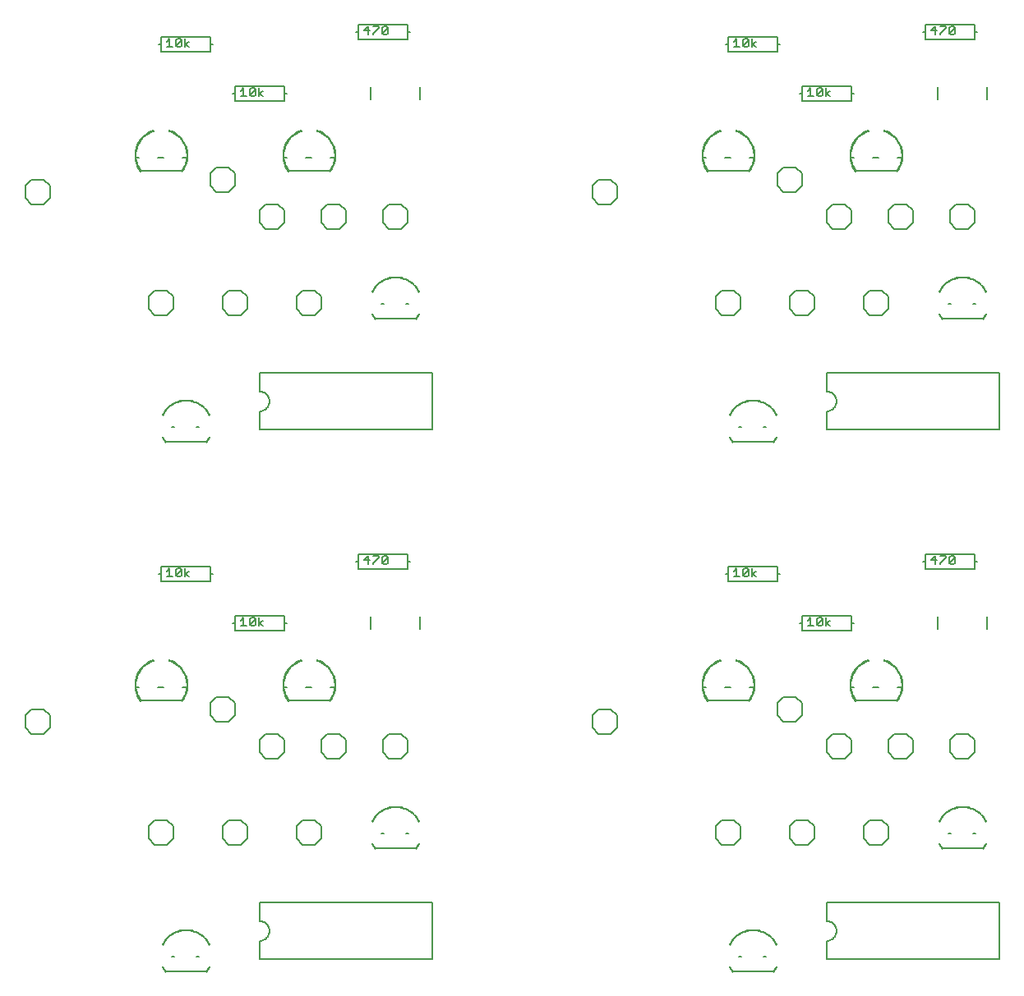
<source format=gto>
G75*
G70*
%OFA0B0*%
%FSLAX24Y24*%
%IPPOS*%
%LPD*%
%AMOC8*
5,1,8,0,0,1.08239X$1,22.5*
%
%ADD10C,0.0080*%
%ADD11C,0.0060*%
%ADD12C,0.0050*%
%ADD13C,0.0010*%
D10*
X010100Y008850D02*
X010350Y008600D01*
X010850Y008600D01*
X011100Y008850D01*
X011100Y009350D01*
X010850Y009600D01*
X010350Y009600D01*
X010100Y009350D01*
X010100Y008850D01*
X013100Y008850D02*
X013350Y008600D01*
X013850Y008600D01*
X014100Y008850D01*
X014100Y009350D01*
X013850Y009600D01*
X013350Y009600D01*
X013100Y009350D01*
X013100Y008850D01*
X016100Y008850D02*
X016350Y008600D01*
X016850Y008600D01*
X017100Y008850D01*
X017100Y009350D01*
X016850Y009600D01*
X016350Y009600D01*
X016100Y009350D01*
X016100Y008850D01*
X015350Y012100D02*
X014850Y012100D01*
X014600Y012350D01*
X014600Y012850D01*
X014850Y013100D01*
X015350Y013100D01*
X015600Y012850D01*
X015600Y012350D01*
X015350Y012100D01*
X017100Y012350D02*
X017350Y012100D01*
X017850Y012100D01*
X018100Y012350D01*
X018100Y012850D01*
X017850Y013100D01*
X017350Y013100D01*
X017100Y012850D01*
X017100Y012350D01*
X019600Y012350D02*
X019850Y012100D01*
X020350Y012100D01*
X020600Y012350D01*
X020600Y012850D01*
X020350Y013100D01*
X019850Y013100D01*
X019600Y012850D01*
X019600Y012350D01*
X019100Y017350D02*
X019100Y017850D01*
X021100Y017850D02*
X021100Y017350D01*
X020600Y019800D02*
X018600Y019800D01*
X018600Y020100D01*
X018500Y020100D01*
X018600Y020100D02*
X018600Y020400D01*
X020600Y020400D01*
X020600Y020100D01*
X020700Y020100D01*
X020600Y020100D02*
X020600Y019800D01*
X015600Y017900D02*
X015600Y017600D01*
X015700Y017600D01*
X015600Y017600D02*
X015600Y017300D01*
X013600Y017300D01*
X013600Y017600D01*
X013500Y017600D01*
X013600Y017600D02*
X013600Y017900D01*
X015600Y017900D01*
X012600Y019300D02*
X010600Y019300D01*
X010600Y019600D01*
X010500Y019600D01*
X010600Y019600D02*
X010600Y019900D01*
X012600Y019900D01*
X012600Y019600D01*
X012700Y019600D01*
X012600Y019600D02*
X012600Y019300D01*
X012850Y014600D02*
X012600Y014350D01*
X012600Y013850D01*
X012850Y013600D01*
X013350Y013600D01*
X013600Y013850D01*
X013600Y014350D01*
X013350Y014600D01*
X012850Y014600D01*
X006100Y013850D02*
X006100Y013350D01*
X005850Y013100D01*
X005350Y013100D01*
X005100Y013350D01*
X005100Y013850D01*
X005350Y014100D01*
X005850Y014100D01*
X006100Y013850D01*
X010350Y030100D02*
X010850Y030100D01*
X011100Y030350D01*
X011100Y030850D01*
X010850Y031100D01*
X010350Y031100D01*
X010100Y030850D01*
X010100Y030350D01*
X010350Y030100D01*
X013100Y030350D02*
X013350Y030100D01*
X013850Y030100D01*
X014100Y030350D01*
X014100Y030850D01*
X013850Y031100D01*
X013350Y031100D01*
X013100Y030850D01*
X013100Y030350D01*
X016100Y030350D02*
X016350Y030100D01*
X016850Y030100D01*
X017100Y030350D01*
X017100Y030850D01*
X016850Y031100D01*
X016350Y031100D01*
X016100Y030850D01*
X016100Y030350D01*
X015350Y033600D02*
X014850Y033600D01*
X014600Y033850D01*
X014600Y034350D01*
X014850Y034600D01*
X015350Y034600D01*
X015600Y034350D01*
X015600Y033850D01*
X015350Y033600D01*
X017100Y033850D02*
X017350Y033600D01*
X017850Y033600D01*
X018100Y033850D01*
X018100Y034350D01*
X017850Y034600D01*
X017350Y034600D01*
X017100Y034350D01*
X017100Y033850D01*
X019600Y033850D02*
X019850Y033600D01*
X020350Y033600D01*
X020600Y033850D01*
X020600Y034350D01*
X020350Y034600D01*
X019850Y034600D01*
X019600Y034350D01*
X019600Y033850D01*
X019100Y038850D02*
X019100Y039350D01*
X021100Y039350D02*
X021100Y038850D01*
X020600Y041300D02*
X018600Y041300D01*
X018600Y041600D01*
X018500Y041600D01*
X018600Y041600D02*
X018600Y041900D01*
X020600Y041900D01*
X020600Y041600D01*
X020700Y041600D01*
X020600Y041600D02*
X020600Y041300D01*
X015600Y039400D02*
X015600Y039100D01*
X015700Y039100D01*
X015600Y039100D02*
X015600Y038800D01*
X013600Y038800D01*
X013600Y039100D01*
X013500Y039100D01*
X013600Y039100D02*
X013600Y039400D01*
X015600Y039400D01*
X012600Y040800D02*
X010600Y040800D01*
X010600Y041100D01*
X010500Y041100D01*
X010600Y041100D02*
X010600Y041400D01*
X012600Y041400D01*
X012600Y041100D01*
X012700Y041100D01*
X012600Y041100D02*
X012600Y040800D01*
X012850Y036100D02*
X012600Y035850D01*
X012600Y035350D01*
X012850Y035100D01*
X013350Y035100D01*
X013600Y035350D01*
X013600Y035850D01*
X013350Y036100D01*
X012850Y036100D01*
X006100Y035350D02*
X006100Y034850D01*
X005850Y034600D01*
X005350Y034600D01*
X005100Y034850D01*
X005100Y035350D01*
X005350Y035600D01*
X005850Y035600D01*
X006100Y035350D01*
X028100Y035350D02*
X028100Y034850D01*
X028350Y034600D01*
X028850Y034600D01*
X029100Y034850D01*
X029100Y035350D01*
X028850Y035600D01*
X028350Y035600D01*
X028100Y035350D01*
X033100Y030850D02*
X033100Y030350D01*
X033350Y030100D01*
X033850Y030100D01*
X034100Y030350D01*
X034100Y030850D01*
X033850Y031100D01*
X033350Y031100D01*
X033100Y030850D01*
X036100Y030850D02*
X036100Y030350D01*
X036350Y030100D01*
X036850Y030100D01*
X037100Y030350D01*
X037100Y030850D01*
X036850Y031100D01*
X036350Y031100D01*
X036100Y030850D01*
X039100Y030850D02*
X039100Y030350D01*
X039350Y030100D01*
X039850Y030100D01*
X040100Y030350D01*
X040100Y030850D01*
X039850Y031100D01*
X039350Y031100D01*
X039100Y030850D01*
X038350Y033600D02*
X037850Y033600D01*
X037600Y033850D01*
X037600Y034350D01*
X037850Y034600D01*
X038350Y034600D01*
X038600Y034350D01*
X038600Y033850D01*
X038350Y033600D01*
X040100Y033850D02*
X040350Y033600D01*
X040850Y033600D01*
X041100Y033850D01*
X041100Y034350D01*
X040850Y034600D01*
X040350Y034600D01*
X040100Y034350D01*
X040100Y033850D01*
X042600Y033850D02*
X042850Y033600D01*
X043350Y033600D01*
X043600Y033850D01*
X043600Y034350D01*
X043350Y034600D01*
X042850Y034600D01*
X042600Y034350D01*
X042600Y033850D01*
X042100Y038850D02*
X042100Y039350D01*
X044100Y039350D02*
X044100Y038850D01*
X043600Y041300D02*
X041600Y041300D01*
X041600Y041600D01*
X041500Y041600D01*
X041600Y041600D02*
X041600Y041900D01*
X043600Y041900D01*
X043600Y041600D01*
X043700Y041600D01*
X043600Y041600D02*
X043600Y041300D01*
X038700Y039100D02*
X038600Y039100D01*
X038600Y038800D01*
X036600Y038800D01*
X036600Y039100D01*
X036500Y039100D01*
X036600Y039100D02*
X036600Y039400D01*
X038600Y039400D01*
X038600Y039100D01*
X035600Y040800D02*
X033600Y040800D01*
X033600Y041100D01*
X033500Y041100D01*
X033600Y041100D02*
X033600Y041400D01*
X035600Y041400D01*
X035600Y041100D01*
X035700Y041100D01*
X035600Y041100D02*
X035600Y040800D01*
X035850Y036100D02*
X035600Y035850D01*
X035600Y035350D01*
X035850Y035100D01*
X036350Y035100D01*
X036600Y035350D01*
X036600Y035850D01*
X036350Y036100D01*
X035850Y036100D01*
X041600Y020400D02*
X041600Y020100D01*
X041500Y020100D01*
X041600Y020100D02*
X041600Y019800D01*
X043600Y019800D01*
X043600Y020100D01*
X043700Y020100D01*
X043600Y020100D02*
X043600Y020400D01*
X041600Y020400D01*
X042100Y017850D02*
X042100Y017350D01*
X044100Y017350D02*
X044100Y017850D01*
X043350Y013100D02*
X042850Y013100D01*
X042600Y012850D01*
X042600Y012350D01*
X042850Y012100D01*
X043350Y012100D01*
X043600Y012350D01*
X043600Y012850D01*
X043350Y013100D01*
X041100Y012850D02*
X041100Y012350D01*
X040850Y012100D01*
X040350Y012100D01*
X040100Y012350D01*
X040100Y012850D01*
X040350Y013100D01*
X040850Y013100D01*
X041100Y012850D01*
X038600Y012850D02*
X038600Y012350D01*
X038350Y012100D01*
X037850Y012100D01*
X037600Y012350D01*
X037600Y012850D01*
X037850Y013100D01*
X038350Y013100D01*
X038600Y012850D01*
X036600Y013850D02*
X036600Y014350D01*
X036350Y014600D01*
X035850Y014600D01*
X035600Y014350D01*
X035600Y013850D01*
X035850Y013600D01*
X036350Y013600D01*
X036600Y013850D01*
X036600Y017300D02*
X036600Y017600D01*
X036500Y017600D01*
X036600Y017600D02*
X036600Y017900D01*
X038600Y017900D01*
X038600Y017600D01*
X038700Y017600D01*
X038600Y017600D02*
X038600Y017300D01*
X036600Y017300D01*
X035600Y019300D02*
X033600Y019300D01*
X033600Y019600D01*
X033500Y019600D01*
X033600Y019600D02*
X033600Y019900D01*
X035600Y019900D01*
X035600Y019600D01*
X035700Y019600D01*
X035600Y019600D02*
X035600Y019300D01*
X029100Y013850D02*
X029100Y013350D01*
X028850Y013100D01*
X028350Y013100D01*
X028100Y013350D01*
X028100Y013850D01*
X028350Y014100D01*
X028850Y014100D01*
X029100Y013850D01*
X033350Y009600D02*
X033100Y009350D01*
X033100Y008850D01*
X033350Y008600D01*
X033850Y008600D01*
X034100Y008850D01*
X034100Y009350D01*
X033850Y009600D01*
X033350Y009600D01*
X036100Y009350D02*
X036100Y008850D01*
X036350Y008600D01*
X036850Y008600D01*
X037100Y008850D01*
X037100Y009350D01*
X036850Y009600D01*
X036350Y009600D01*
X036100Y009350D01*
X039100Y009350D02*
X039100Y008850D01*
X039350Y008600D01*
X039850Y008600D01*
X040100Y008850D01*
X040100Y009350D01*
X039850Y009600D01*
X039350Y009600D01*
X039100Y009350D01*
D11*
X037600Y006250D02*
X037600Y005500D01*
X037639Y005498D01*
X037678Y005492D01*
X037716Y005483D01*
X037753Y005470D01*
X037789Y005453D01*
X037822Y005433D01*
X037854Y005409D01*
X037883Y005383D01*
X037909Y005354D01*
X037933Y005322D01*
X037953Y005289D01*
X037970Y005253D01*
X037983Y005216D01*
X037992Y005178D01*
X037998Y005139D01*
X038000Y005100D01*
X037998Y005061D01*
X037992Y005022D01*
X037983Y004984D01*
X037970Y004947D01*
X037953Y004911D01*
X037933Y004878D01*
X037909Y004846D01*
X037883Y004817D01*
X037854Y004791D01*
X037822Y004767D01*
X037789Y004747D01*
X037753Y004730D01*
X037716Y004717D01*
X037678Y004708D01*
X037639Y004702D01*
X037600Y004700D01*
X037600Y003950D01*
X044600Y003950D01*
X044600Y006250D01*
X037600Y006250D01*
X038775Y014450D02*
X040425Y014450D01*
X040487Y015000D02*
X040645Y015000D01*
X039713Y015000D02*
X039487Y015000D01*
X038713Y015000D02*
X038555Y015000D01*
X037737Y017480D02*
X037567Y017593D01*
X037737Y017707D01*
X037567Y017820D02*
X037567Y017480D01*
X037425Y017537D02*
X037368Y017480D01*
X037255Y017480D01*
X037198Y017537D01*
X037425Y017764D01*
X037425Y017537D01*
X037425Y017764D02*
X037368Y017820D01*
X037255Y017820D01*
X037198Y017764D01*
X037198Y017537D01*
X037057Y017480D02*
X036830Y017480D01*
X036943Y017480D02*
X036943Y017820D01*
X036830Y017707D01*
X034737Y019480D02*
X034567Y019593D01*
X034737Y019707D01*
X034567Y019820D02*
X034567Y019480D01*
X034425Y019537D02*
X034425Y019764D01*
X034198Y019537D01*
X034255Y019480D01*
X034368Y019480D01*
X034425Y019537D01*
X034425Y019764D02*
X034368Y019820D01*
X034255Y019820D01*
X034198Y019764D01*
X034198Y019537D01*
X034057Y019480D02*
X033830Y019480D01*
X033943Y019480D02*
X033943Y019820D01*
X033830Y019707D01*
X033713Y015000D02*
X033487Y015000D01*
X032713Y015000D02*
X032555Y015000D01*
X032775Y014450D02*
X034425Y014450D01*
X034487Y015000D02*
X034645Y015000D01*
X041830Y020150D02*
X042057Y020150D01*
X042000Y019980D02*
X042000Y020320D01*
X041830Y020150D01*
X042198Y020037D02*
X042198Y019980D01*
X042198Y020037D02*
X042425Y020264D01*
X042425Y020320D01*
X042198Y020320D01*
X042567Y020264D02*
X042567Y020037D01*
X042793Y020264D01*
X042793Y020037D01*
X042737Y019980D01*
X042623Y019980D01*
X042567Y020037D01*
X042567Y020264D02*
X042623Y020320D01*
X042737Y020320D01*
X042793Y020264D01*
X044600Y025450D02*
X037600Y025450D01*
X037600Y026200D01*
X037639Y026202D01*
X037678Y026208D01*
X037716Y026217D01*
X037753Y026230D01*
X037789Y026247D01*
X037822Y026267D01*
X037854Y026291D01*
X037883Y026317D01*
X037909Y026346D01*
X037933Y026378D01*
X037953Y026411D01*
X037970Y026447D01*
X037983Y026484D01*
X037992Y026522D01*
X037998Y026561D01*
X038000Y026600D01*
X037998Y026639D01*
X037992Y026678D01*
X037983Y026716D01*
X037970Y026753D01*
X037953Y026789D01*
X037933Y026822D01*
X037909Y026854D01*
X037883Y026883D01*
X037854Y026909D01*
X037822Y026933D01*
X037789Y026953D01*
X037753Y026970D01*
X037716Y026983D01*
X037678Y026992D01*
X037639Y026998D01*
X037600Y027000D01*
X037600Y027750D01*
X044600Y027750D01*
X044600Y025450D01*
X040425Y035950D02*
X038775Y035950D01*
X038713Y036500D02*
X038555Y036500D01*
X039487Y036500D02*
X039713Y036500D01*
X040487Y036500D02*
X040645Y036500D01*
X037737Y038980D02*
X037567Y039093D01*
X037737Y039207D01*
X037567Y039320D02*
X037567Y038980D01*
X037425Y039037D02*
X037368Y038980D01*
X037255Y038980D01*
X037198Y039037D01*
X037425Y039264D01*
X037425Y039037D01*
X037425Y039264D02*
X037368Y039320D01*
X037255Y039320D01*
X037198Y039264D01*
X037198Y039037D01*
X037057Y038980D02*
X036830Y038980D01*
X036943Y038980D02*
X036943Y039320D01*
X036830Y039207D01*
X034737Y040980D02*
X034567Y041093D01*
X034737Y041207D01*
X034567Y041320D02*
X034567Y040980D01*
X034425Y041037D02*
X034368Y040980D01*
X034255Y040980D01*
X034198Y041037D01*
X034425Y041264D01*
X034425Y041037D01*
X034425Y041264D02*
X034368Y041320D01*
X034255Y041320D01*
X034198Y041264D01*
X034198Y041037D01*
X034057Y040980D02*
X033830Y040980D01*
X033943Y040980D02*
X033943Y041320D01*
X033830Y041207D01*
X033713Y036500D02*
X033487Y036500D01*
X032713Y036500D02*
X032555Y036500D01*
X032775Y035950D02*
X034425Y035950D01*
X034487Y036500D02*
X034645Y036500D01*
X041830Y041650D02*
X042057Y041650D01*
X042000Y041480D02*
X042000Y041820D01*
X041830Y041650D01*
X042198Y041537D02*
X042198Y041480D01*
X042198Y041537D02*
X042425Y041764D01*
X042425Y041820D01*
X042198Y041820D01*
X042567Y041764D02*
X042623Y041820D01*
X042737Y041820D01*
X042793Y041764D01*
X042567Y041537D01*
X042623Y041480D01*
X042737Y041480D01*
X042793Y041537D01*
X042793Y041764D01*
X042567Y041764D02*
X042567Y041537D01*
X021600Y027750D02*
X021600Y025450D01*
X014600Y025450D01*
X014600Y026200D01*
X014639Y026202D01*
X014678Y026208D01*
X014716Y026217D01*
X014753Y026230D01*
X014789Y026247D01*
X014822Y026267D01*
X014854Y026291D01*
X014883Y026317D01*
X014909Y026346D01*
X014933Y026378D01*
X014953Y026411D01*
X014970Y026447D01*
X014983Y026484D01*
X014992Y026522D01*
X014998Y026561D01*
X015000Y026600D01*
X014998Y026639D01*
X014992Y026678D01*
X014983Y026716D01*
X014970Y026753D01*
X014953Y026789D01*
X014933Y026822D01*
X014909Y026854D01*
X014883Y026883D01*
X014854Y026909D01*
X014822Y026933D01*
X014789Y026953D01*
X014753Y026970D01*
X014716Y026983D01*
X014678Y026992D01*
X014639Y026998D01*
X014600Y027000D01*
X014600Y027750D01*
X021600Y027750D01*
X019737Y020320D02*
X019793Y020264D01*
X019567Y020037D01*
X019623Y019980D01*
X019737Y019980D01*
X019793Y020037D01*
X019793Y020264D01*
X019737Y020320D02*
X019623Y020320D01*
X019567Y020264D01*
X019567Y020037D01*
X019425Y020264D02*
X019198Y020037D01*
X019198Y019980D01*
X019000Y019980D02*
X019000Y020320D01*
X018830Y020150D01*
X019057Y020150D01*
X019198Y020320D02*
X019425Y020320D01*
X019425Y020264D01*
X014737Y017707D02*
X014567Y017593D01*
X014737Y017480D01*
X014567Y017480D02*
X014567Y017820D01*
X014425Y017764D02*
X014198Y017537D01*
X014255Y017480D01*
X014368Y017480D01*
X014425Y017537D01*
X014425Y017764D01*
X014368Y017820D01*
X014255Y017820D01*
X014198Y017764D01*
X014198Y017537D01*
X014057Y017480D02*
X013830Y017480D01*
X013943Y017480D02*
X013943Y017820D01*
X013830Y017707D01*
X011737Y019480D02*
X011567Y019593D01*
X011737Y019707D01*
X011567Y019820D02*
X011567Y019480D01*
X011425Y019537D02*
X011368Y019480D01*
X011255Y019480D01*
X011198Y019537D01*
X011425Y019764D01*
X011425Y019537D01*
X011425Y019764D02*
X011368Y019820D01*
X011255Y019820D01*
X011198Y019764D01*
X011198Y019537D01*
X011057Y019480D02*
X010830Y019480D01*
X010943Y019480D02*
X010943Y019820D01*
X010830Y019707D01*
X010713Y015000D02*
X010487Y015000D01*
X009713Y015000D02*
X009555Y015000D01*
X009775Y014450D02*
X011425Y014450D01*
X011487Y015000D02*
X011645Y015000D01*
X015555Y015000D02*
X015713Y015000D01*
X015775Y014450D02*
X017425Y014450D01*
X017487Y015000D02*
X017645Y015000D01*
X016713Y015000D02*
X016487Y015000D01*
X014600Y006250D02*
X014600Y005500D01*
X014639Y005498D01*
X014678Y005492D01*
X014716Y005483D01*
X014753Y005470D01*
X014789Y005453D01*
X014822Y005433D01*
X014854Y005409D01*
X014883Y005383D01*
X014909Y005354D01*
X014933Y005322D01*
X014953Y005289D01*
X014970Y005253D01*
X014983Y005216D01*
X014992Y005178D01*
X014998Y005139D01*
X015000Y005100D01*
X014998Y005061D01*
X014992Y005022D01*
X014983Y004984D01*
X014970Y004947D01*
X014953Y004911D01*
X014933Y004878D01*
X014909Y004846D01*
X014883Y004817D01*
X014854Y004791D01*
X014822Y004767D01*
X014789Y004747D01*
X014753Y004730D01*
X014716Y004717D01*
X014678Y004708D01*
X014639Y004702D01*
X014600Y004700D01*
X014600Y003950D01*
X021600Y003950D01*
X021600Y006250D01*
X014600Y006250D01*
X015775Y035950D02*
X017425Y035950D01*
X017487Y036500D02*
X017645Y036500D01*
X016713Y036500D02*
X016487Y036500D01*
X015713Y036500D02*
X015555Y036500D01*
X014737Y038980D02*
X014567Y039093D01*
X014737Y039207D01*
X014567Y039320D02*
X014567Y038980D01*
X014425Y039037D02*
X014368Y038980D01*
X014255Y038980D01*
X014198Y039037D01*
X014425Y039264D01*
X014425Y039037D01*
X014425Y039264D02*
X014368Y039320D01*
X014255Y039320D01*
X014198Y039264D01*
X014198Y039037D01*
X014057Y038980D02*
X013830Y038980D01*
X013943Y038980D02*
X013943Y039320D01*
X013830Y039207D01*
X011737Y040980D02*
X011567Y041093D01*
X011737Y041207D01*
X011567Y041320D02*
X011567Y040980D01*
X011425Y041037D02*
X011368Y040980D01*
X011255Y040980D01*
X011198Y041037D01*
X011425Y041264D01*
X011425Y041037D01*
X011425Y041264D02*
X011368Y041320D01*
X011255Y041320D01*
X011198Y041264D01*
X011198Y041037D01*
X011057Y040980D02*
X010830Y040980D01*
X010943Y040980D02*
X010943Y041320D01*
X010830Y041207D01*
X010713Y036500D02*
X010487Y036500D01*
X009713Y036500D02*
X009555Y036500D01*
X009775Y035950D02*
X011425Y035950D01*
X011487Y036500D02*
X011645Y036500D01*
X018830Y041650D02*
X019057Y041650D01*
X019000Y041480D02*
X019000Y041820D01*
X018830Y041650D01*
X019198Y041537D02*
X019198Y041480D01*
X019198Y041537D02*
X019425Y041764D01*
X019425Y041820D01*
X019198Y041820D01*
X019567Y041764D02*
X019623Y041820D01*
X019737Y041820D01*
X019793Y041764D01*
X019567Y041537D01*
X019623Y041480D01*
X019737Y041480D01*
X019793Y041537D01*
X019793Y041764D01*
X019567Y041764D02*
X019567Y041537D01*
D12*
X019653Y030550D02*
X019547Y030550D01*
X019275Y029950D02*
X020925Y029950D01*
X020653Y030550D02*
X020547Y030550D01*
X012425Y024950D02*
X010775Y024950D01*
X011047Y025550D02*
X011153Y025550D01*
X012047Y025550D02*
X012153Y025550D01*
X019547Y009050D02*
X019653Y009050D01*
X019275Y008450D02*
X020925Y008450D01*
X020653Y009050D02*
X020547Y009050D01*
X012425Y003450D02*
X010775Y003450D01*
X011047Y004050D02*
X011153Y004050D01*
X012047Y004050D02*
X012153Y004050D01*
X033775Y003450D02*
X035425Y003450D01*
X035153Y004050D02*
X035047Y004050D01*
X034153Y004050D02*
X034047Y004050D01*
X042275Y008450D02*
X043925Y008450D01*
X043653Y009050D02*
X043547Y009050D01*
X042653Y009050D02*
X042547Y009050D01*
X035425Y024950D02*
X033775Y024950D01*
X034047Y025550D02*
X034153Y025550D01*
X035047Y025550D02*
X035153Y025550D01*
X042275Y029950D02*
X043925Y029950D01*
X043653Y030550D02*
X043547Y030550D01*
X042653Y030550D02*
X042547Y030550D01*
D13*
X042135Y030140D02*
X042171Y030157D01*
X042170Y030157D02*
X042196Y030107D01*
X042224Y030058D01*
X042255Y030011D01*
X042288Y029966D01*
X042257Y029942D01*
X042222Y029988D01*
X042190Y030037D01*
X042161Y030088D01*
X042134Y030140D01*
X042142Y030144D01*
X042169Y030092D01*
X042198Y030042D01*
X042229Y029994D01*
X042264Y029947D01*
X042271Y029953D01*
X042237Y029999D01*
X042205Y030047D01*
X042176Y030096D01*
X042150Y030147D01*
X042158Y030151D01*
X042184Y030101D01*
X042213Y030051D01*
X042244Y030004D01*
X042278Y029958D01*
X042285Y029964D01*
X042251Y030009D01*
X042221Y030056D01*
X042192Y030105D01*
X042167Y030155D01*
X044065Y031060D02*
X044029Y031043D01*
X044030Y031043D02*
X044001Y031099D01*
X043969Y031153D01*
X043934Y031205D01*
X043896Y031254D01*
X043854Y031301D01*
X043810Y031346D01*
X043763Y031388D01*
X043714Y031427D01*
X043663Y031463D01*
X043609Y031495D01*
X043554Y031525D01*
X043497Y031550D01*
X043438Y031573D01*
X043379Y031592D01*
X043318Y031607D01*
X043256Y031618D01*
X043194Y031626D01*
X043131Y031630D01*
X043069Y031630D01*
X043006Y031626D01*
X042944Y031618D01*
X042882Y031607D01*
X042821Y031592D01*
X042762Y031573D01*
X042703Y031550D01*
X042646Y031525D01*
X042591Y031495D01*
X042537Y031463D01*
X042486Y031427D01*
X042437Y031388D01*
X042390Y031346D01*
X042346Y031301D01*
X042304Y031254D01*
X042266Y031205D01*
X042231Y031153D01*
X042199Y031099D01*
X042170Y031043D01*
X042135Y031060D01*
X042134Y031060D01*
X042164Y031118D01*
X042197Y031174D01*
X042234Y031228D01*
X042273Y031280D01*
X042316Y031329D01*
X042362Y031375D01*
X042411Y031418D01*
X042462Y031459D01*
X042515Y031496D01*
X042571Y031530D01*
X042628Y031560D01*
X042688Y031587D01*
X042748Y031611D01*
X042811Y031630D01*
X042874Y031646D01*
X042938Y031658D01*
X043002Y031666D01*
X043067Y031670D01*
X043133Y031670D01*
X043198Y031666D01*
X043262Y031658D01*
X043326Y031646D01*
X043389Y031630D01*
X043452Y031611D01*
X043512Y031587D01*
X043572Y031560D01*
X043629Y031530D01*
X043685Y031496D01*
X043738Y031459D01*
X043789Y031418D01*
X043838Y031375D01*
X043884Y031329D01*
X043927Y031280D01*
X043966Y031228D01*
X044003Y031174D01*
X044036Y031118D01*
X044066Y031060D01*
X044058Y031056D01*
X044028Y031114D01*
X043995Y031169D01*
X043959Y031223D01*
X043920Y031274D01*
X043877Y031322D01*
X043832Y031368D01*
X043784Y031411D01*
X043733Y031452D01*
X043680Y031488D01*
X043625Y031522D01*
X043568Y031552D01*
X043509Y031579D01*
X043449Y031602D01*
X043387Y031621D01*
X043324Y031637D01*
X043261Y031649D01*
X043197Y031657D01*
X043132Y031661D01*
X043068Y031661D01*
X043003Y031657D01*
X042939Y031649D01*
X042876Y031637D01*
X042813Y031621D01*
X042751Y031602D01*
X042691Y031579D01*
X042632Y031552D01*
X042575Y031522D01*
X042520Y031488D01*
X042467Y031452D01*
X042416Y031411D01*
X042368Y031368D01*
X042323Y031322D01*
X042280Y031274D01*
X042241Y031223D01*
X042205Y031169D01*
X042172Y031114D01*
X042142Y031056D01*
X042150Y031053D01*
X042180Y031110D01*
X042212Y031165D01*
X042248Y031218D01*
X042287Y031268D01*
X042330Y031316D01*
X042375Y031362D01*
X042422Y031405D01*
X042472Y031444D01*
X042525Y031481D01*
X042580Y031514D01*
X042636Y031544D01*
X042695Y031571D01*
X042754Y031594D01*
X042815Y031613D01*
X042878Y031628D01*
X042941Y031640D01*
X043004Y031648D01*
X043068Y031652D01*
X043132Y031652D01*
X043196Y031648D01*
X043259Y031640D01*
X043322Y031628D01*
X043385Y031613D01*
X043446Y031594D01*
X043505Y031571D01*
X043564Y031544D01*
X043620Y031514D01*
X043675Y031481D01*
X043728Y031444D01*
X043778Y031405D01*
X043825Y031362D01*
X043870Y031316D01*
X043913Y031268D01*
X043952Y031218D01*
X043988Y031165D01*
X044020Y031110D01*
X044050Y031053D01*
X044042Y031049D01*
X044012Y031105D01*
X043980Y031160D01*
X043944Y031212D01*
X043906Y031262D01*
X043864Y031310D01*
X043819Y031355D01*
X043772Y031398D01*
X043722Y031437D01*
X043670Y031473D01*
X043616Y031506D01*
X043560Y031536D01*
X043502Y031562D01*
X043443Y031585D01*
X043382Y031604D01*
X043321Y031619D01*
X043258Y031631D01*
X043195Y031639D01*
X043132Y031643D01*
X043068Y031643D01*
X043005Y031639D01*
X042942Y031631D01*
X042879Y031619D01*
X042818Y031604D01*
X042757Y031585D01*
X042698Y031562D01*
X042640Y031536D01*
X042584Y031506D01*
X042530Y031473D01*
X042478Y031437D01*
X042428Y031398D01*
X042381Y031355D01*
X042336Y031310D01*
X042294Y031262D01*
X042256Y031212D01*
X042220Y031160D01*
X042188Y031105D01*
X042158Y031049D01*
X042167Y031045D01*
X042195Y031101D01*
X042228Y031155D01*
X042263Y031207D01*
X042301Y031257D01*
X042343Y031304D01*
X042387Y031349D01*
X042434Y031391D01*
X042483Y031430D01*
X042535Y031466D01*
X042589Y031499D01*
X042644Y031528D01*
X042702Y031554D01*
X042760Y031577D01*
X042820Y031595D01*
X042881Y031611D01*
X042943Y031622D01*
X043006Y031630D01*
X043069Y031634D01*
X043131Y031634D01*
X043194Y031630D01*
X043257Y031622D01*
X043319Y031611D01*
X043380Y031595D01*
X043440Y031577D01*
X043498Y031554D01*
X043556Y031528D01*
X043611Y031499D01*
X043665Y031466D01*
X043717Y031430D01*
X043766Y031391D01*
X043813Y031349D01*
X043857Y031304D01*
X043899Y031257D01*
X043937Y031207D01*
X043972Y031155D01*
X044005Y031101D01*
X044033Y031045D01*
X043943Y029942D02*
X043911Y029967D01*
X043912Y029966D02*
X043947Y030014D01*
X043979Y030063D01*
X044008Y030114D01*
X044034Y030166D01*
X044070Y030150D01*
X044070Y030149D01*
X044043Y030095D01*
X044013Y030042D01*
X043980Y029991D01*
X043943Y029942D01*
X043936Y029947D01*
X043972Y029996D01*
X044005Y030047D01*
X044035Y030099D01*
X044062Y030153D01*
X044054Y030157D01*
X044027Y030103D01*
X043998Y030051D01*
X043965Y030001D01*
X043929Y029953D01*
X043922Y029958D01*
X043957Y030006D01*
X043990Y030056D01*
X044019Y030107D01*
X044046Y030161D01*
X044038Y030164D01*
X044011Y030112D01*
X043982Y030061D01*
X043950Y030011D01*
X043915Y029964D01*
X040447Y035939D02*
X040408Y035970D01*
X040408Y035969D02*
X040445Y036019D01*
X040478Y036071D01*
X040508Y036125D01*
X040535Y036181D01*
X040559Y036238D01*
X040579Y036296D01*
X040595Y036356D01*
X040608Y036416D01*
X040618Y036477D01*
X040623Y036539D01*
X040625Y036601D01*
X040623Y036662D01*
X040617Y036724D01*
X040608Y036785D01*
X040595Y036845D01*
X040579Y036905D01*
X040558Y036963D01*
X040535Y037020D01*
X040508Y037076D01*
X040477Y037130D01*
X040444Y037182D01*
X040407Y037231D01*
X040368Y037279D01*
X040326Y037324D01*
X040281Y037366D01*
X040233Y037406D01*
X040184Y037443D01*
X040132Y037476D01*
X040078Y037507D01*
X040022Y037534D01*
X039965Y037558D01*
X039907Y037578D01*
X039921Y037625D01*
X039922Y037626D01*
X039983Y037604D01*
X040043Y037580D01*
X040101Y037551D01*
X040157Y037519D01*
X040212Y037484D01*
X040264Y037445D01*
X040314Y037404D01*
X040361Y037359D01*
X040405Y037312D01*
X040447Y037262D01*
X040485Y037210D01*
X040520Y037156D01*
X040552Y037099D01*
X040580Y037041D01*
X040605Y036981D01*
X040626Y036920D01*
X040644Y036857D01*
X040657Y036794D01*
X040667Y036730D01*
X040673Y036665D01*
X040675Y036600D01*
X040673Y036536D01*
X040667Y036471D01*
X040658Y036407D01*
X040644Y036344D01*
X040627Y036281D01*
X040606Y036220D01*
X040581Y036160D01*
X040553Y036102D01*
X040521Y036045D01*
X040486Y035991D01*
X040447Y035938D01*
X040440Y035944D01*
X040478Y035996D01*
X040513Y036050D01*
X040545Y036106D01*
X040573Y036164D01*
X040597Y036223D01*
X040618Y036284D01*
X040635Y036346D01*
X040649Y036409D01*
X040658Y036472D01*
X040664Y036536D01*
X040666Y036600D01*
X040664Y036665D01*
X040658Y036729D01*
X040649Y036792D01*
X040635Y036855D01*
X040618Y036917D01*
X040597Y036978D01*
X040572Y037037D01*
X040544Y037095D01*
X040513Y037151D01*
X040478Y037205D01*
X040440Y037257D01*
X040399Y037306D01*
X040355Y037353D01*
X040308Y037397D01*
X040258Y037438D01*
X040207Y037476D01*
X040153Y037511D01*
X040097Y037543D01*
X040039Y037571D01*
X039980Y037596D01*
X039919Y037617D01*
X039916Y037609D01*
X039977Y037588D01*
X040035Y037563D01*
X040093Y037535D01*
X040148Y037504D01*
X040202Y037469D01*
X040253Y037431D01*
X040302Y037390D01*
X040348Y037347D01*
X040392Y037300D01*
X040433Y037251D01*
X040470Y037200D01*
X040505Y037146D01*
X040536Y037091D01*
X040564Y037033D01*
X040588Y036975D01*
X040609Y036914D01*
X040626Y036853D01*
X040640Y036791D01*
X040649Y036728D01*
X040655Y036664D01*
X040657Y036601D01*
X040655Y036537D01*
X040649Y036473D01*
X040640Y036410D01*
X040627Y036348D01*
X040609Y036287D01*
X040589Y036226D01*
X040564Y036167D01*
X040537Y036110D01*
X040505Y036055D01*
X040471Y036001D01*
X040433Y035950D01*
X040426Y035955D01*
X040463Y036006D01*
X040498Y036059D01*
X040529Y036114D01*
X040556Y036171D01*
X040580Y036230D01*
X040601Y036289D01*
X040618Y036350D01*
X040631Y036412D01*
X040640Y036474D01*
X040646Y036537D01*
X040648Y036601D01*
X040646Y036664D01*
X040640Y036727D01*
X040631Y036789D01*
X040618Y036851D01*
X040601Y036912D01*
X040580Y036971D01*
X040556Y037030D01*
X040528Y037087D01*
X040497Y037142D01*
X040463Y037195D01*
X040425Y037246D01*
X040385Y037294D01*
X040342Y037340D01*
X040296Y037384D01*
X040247Y037424D01*
X040197Y037462D01*
X040144Y037496D01*
X040089Y037527D01*
X040032Y037555D01*
X039973Y037579D01*
X039914Y037600D01*
X039911Y037591D01*
X039970Y037571D01*
X040028Y037547D01*
X040084Y037519D01*
X040139Y037488D01*
X040191Y037454D01*
X040242Y037417D01*
X040290Y037377D01*
X040335Y037334D01*
X040378Y037288D01*
X040418Y037240D01*
X040456Y037190D01*
X040489Y037137D01*
X040520Y037082D01*
X040548Y037026D01*
X040572Y036968D01*
X040592Y036909D01*
X040609Y036849D01*
X040622Y036787D01*
X040631Y036726D01*
X040637Y036663D01*
X040639Y036601D01*
X040637Y036538D01*
X040632Y036476D01*
X040622Y036414D01*
X040609Y036352D01*
X040592Y036292D01*
X040572Y036233D01*
X040548Y036175D01*
X040521Y036119D01*
X040490Y036064D01*
X040456Y036011D01*
X040419Y035961D01*
X040412Y035966D01*
X040449Y036016D01*
X040482Y036069D01*
X040513Y036123D01*
X040540Y036179D01*
X040564Y036236D01*
X040584Y036295D01*
X040600Y036355D01*
X040613Y036415D01*
X040623Y036477D01*
X040628Y036538D01*
X040630Y036601D01*
X040628Y036663D01*
X040622Y036724D01*
X040613Y036786D01*
X040600Y036847D01*
X040583Y036906D01*
X040563Y036965D01*
X040539Y037022D01*
X040512Y037078D01*
X040482Y037132D01*
X040448Y037184D01*
X040411Y037235D01*
X040372Y037282D01*
X040329Y037328D01*
X040284Y037370D01*
X040236Y037410D01*
X040186Y037447D01*
X040134Y037481D01*
X040080Y037511D01*
X040024Y037538D01*
X039967Y037562D01*
X039908Y037583D01*
X039279Y037625D02*
X039293Y037577D01*
X039293Y037578D02*
X039235Y037558D01*
X039178Y037534D01*
X039122Y037507D01*
X039068Y037476D01*
X039016Y037443D01*
X038967Y037406D01*
X038919Y037366D01*
X038874Y037324D01*
X038832Y037279D01*
X038793Y037231D01*
X038756Y037182D01*
X038723Y037130D01*
X038692Y037076D01*
X038665Y037020D01*
X038642Y036963D01*
X038621Y036905D01*
X038605Y036845D01*
X038592Y036785D01*
X038583Y036724D01*
X038577Y036662D01*
X038575Y036601D01*
X038577Y036539D01*
X038582Y036477D01*
X038592Y036416D01*
X038605Y036356D01*
X038621Y036296D01*
X038641Y036238D01*
X038665Y036181D01*
X038692Y036125D01*
X038722Y036071D01*
X038755Y036019D01*
X038792Y035969D01*
X038753Y035939D01*
X038753Y035938D01*
X038714Y035991D01*
X038679Y036045D01*
X038647Y036102D01*
X038619Y036160D01*
X038594Y036220D01*
X038573Y036281D01*
X038556Y036344D01*
X038542Y036407D01*
X038533Y036471D01*
X038527Y036536D01*
X038525Y036600D01*
X038527Y036665D01*
X038533Y036730D01*
X038543Y036794D01*
X038556Y036857D01*
X038574Y036920D01*
X038595Y036981D01*
X038620Y037041D01*
X038648Y037099D01*
X038680Y037156D01*
X038715Y037210D01*
X038753Y037262D01*
X038795Y037312D01*
X038839Y037359D01*
X038886Y037404D01*
X038936Y037445D01*
X038988Y037484D01*
X039043Y037519D01*
X039099Y037551D01*
X039157Y037580D01*
X039217Y037604D01*
X039278Y037626D01*
X039281Y037617D01*
X039220Y037596D01*
X039161Y037571D01*
X039103Y037543D01*
X039047Y037511D01*
X038993Y037476D01*
X038942Y037438D01*
X038892Y037397D01*
X038845Y037353D01*
X038801Y037306D01*
X038760Y037257D01*
X038722Y037205D01*
X038687Y037151D01*
X038656Y037095D01*
X038628Y037037D01*
X038603Y036978D01*
X038582Y036917D01*
X038565Y036855D01*
X038551Y036792D01*
X038542Y036729D01*
X038536Y036665D01*
X038534Y036600D01*
X038536Y036536D01*
X038542Y036472D01*
X038551Y036409D01*
X038565Y036346D01*
X038582Y036284D01*
X038603Y036223D01*
X038627Y036164D01*
X038655Y036106D01*
X038687Y036050D01*
X038722Y035996D01*
X038760Y035944D01*
X038767Y035950D01*
X038729Y036001D01*
X038695Y036055D01*
X038663Y036110D01*
X038636Y036167D01*
X038611Y036226D01*
X038591Y036287D01*
X038573Y036348D01*
X038560Y036410D01*
X038551Y036473D01*
X038545Y036537D01*
X038543Y036601D01*
X038545Y036664D01*
X038551Y036728D01*
X038560Y036791D01*
X038574Y036853D01*
X038591Y036914D01*
X038612Y036975D01*
X038636Y037033D01*
X038664Y037091D01*
X038695Y037146D01*
X038730Y037200D01*
X038767Y037251D01*
X038808Y037300D01*
X038852Y037347D01*
X038898Y037390D01*
X038947Y037431D01*
X038998Y037469D01*
X039052Y037504D01*
X039107Y037535D01*
X039165Y037563D01*
X039223Y037588D01*
X039284Y037609D01*
X039286Y037600D01*
X039227Y037579D01*
X039168Y037555D01*
X039111Y037527D01*
X039056Y037496D01*
X039003Y037462D01*
X038953Y037424D01*
X038904Y037384D01*
X038858Y037340D01*
X038815Y037294D01*
X038775Y037246D01*
X038737Y037195D01*
X038703Y037142D01*
X038672Y037087D01*
X038644Y037030D01*
X038620Y036971D01*
X038599Y036912D01*
X038582Y036851D01*
X038569Y036789D01*
X038560Y036727D01*
X038554Y036664D01*
X038552Y036601D01*
X038554Y036537D01*
X038560Y036474D01*
X038569Y036412D01*
X038582Y036350D01*
X038599Y036289D01*
X038620Y036230D01*
X038644Y036171D01*
X038671Y036114D01*
X038702Y036059D01*
X038737Y036006D01*
X038774Y035955D01*
X038781Y035961D01*
X038744Y036011D01*
X038710Y036064D01*
X038679Y036119D01*
X038652Y036175D01*
X038628Y036233D01*
X038608Y036292D01*
X038591Y036352D01*
X038578Y036414D01*
X038568Y036476D01*
X038563Y036538D01*
X038561Y036601D01*
X038563Y036663D01*
X038569Y036726D01*
X038578Y036787D01*
X038591Y036849D01*
X038608Y036909D01*
X038628Y036968D01*
X038652Y037026D01*
X038680Y037082D01*
X038711Y037137D01*
X038744Y037190D01*
X038782Y037240D01*
X038822Y037288D01*
X038865Y037334D01*
X038910Y037377D01*
X038958Y037417D01*
X039009Y037454D01*
X039061Y037488D01*
X039116Y037519D01*
X039172Y037547D01*
X039230Y037571D01*
X039289Y037591D01*
X039292Y037583D01*
X039233Y037562D01*
X039176Y037538D01*
X039120Y037511D01*
X039066Y037481D01*
X039014Y037447D01*
X038964Y037410D01*
X038916Y037370D01*
X038871Y037328D01*
X038828Y037282D01*
X038789Y037235D01*
X038752Y037184D01*
X038718Y037132D01*
X038688Y037078D01*
X038661Y037022D01*
X038637Y036965D01*
X038617Y036906D01*
X038600Y036847D01*
X038587Y036786D01*
X038578Y036724D01*
X038572Y036663D01*
X038570Y036601D01*
X038572Y036538D01*
X038577Y036477D01*
X038587Y036415D01*
X038600Y036355D01*
X038616Y036295D01*
X038636Y036236D01*
X038660Y036179D01*
X038687Y036123D01*
X038718Y036069D01*
X038751Y036016D01*
X038788Y035966D01*
X034447Y035939D02*
X034408Y035970D01*
X034408Y035969D02*
X034445Y036019D01*
X034478Y036071D01*
X034508Y036125D01*
X034535Y036181D01*
X034559Y036238D01*
X034579Y036296D01*
X034595Y036356D01*
X034608Y036416D01*
X034618Y036477D01*
X034623Y036539D01*
X034625Y036601D01*
X034623Y036662D01*
X034617Y036724D01*
X034608Y036785D01*
X034595Y036845D01*
X034579Y036905D01*
X034558Y036963D01*
X034535Y037020D01*
X034508Y037076D01*
X034477Y037130D01*
X034444Y037182D01*
X034407Y037231D01*
X034368Y037279D01*
X034326Y037324D01*
X034281Y037366D01*
X034233Y037406D01*
X034184Y037443D01*
X034132Y037476D01*
X034078Y037507D01*
X034022Y037534D01*
X033965Y037558D01*
X033907Y037578D01*
X033921Y037625D01*
X033922Y037626D01*
X033983Y037604D01*
X034043Y037580D01*
X034101Y037551D01*
X034157Y037519D01*
X034212Y037484D01*
X034264Y037445D01*
X034314Y037404D01*
X034361Y037359D01*
X034405Y037312D01*
X034447Y037262D01*
X034485Y037210D01*
X034520Y037156D01*
X034552Y037099D01*
X034580Y037041D01*
X034605Y036981D01*
X034626Y036920D01*
X034644Y036857D01*
X034657Y036794D01*
X034667Y036730D01*
X034673Y036665D01*
X034675Y036600D01*
X034673Y036536D01*
X034667Y036471D01*
X034658Y036407D01*
X034644Y036344D01*
X034627Y036281D01*
X034606Y036220D01*
X034581Y036160D01*
X034553Y036102D01*
X034521Y036045D01*
X034486Y035991D01*
X034447Y035938D01*
X034440Y035944D01*
X034478Y035996D01*
X034513Y036050D01*
X034545Y036106D01*
X034573Y036164D01*
X034597Y036223D01*
X034618Y036284D01*
X034635Y036346D01*
X034649Y036409D01*
X034658Y036472D01*
X034664Y036536D01*
X034666Y036600D01*
X034664Y036665D01*
X034658Y036729D01*
X034649Y036792D01*
X034635Y036855D01*
X034618Y036917D01*
X034597Y036978D01*
X034572Y037037D01*
X034544Y037095D01*
X034513Y037151D01*
X034478Y037205D01*
X034440Y037257D01*
X034399Y037306D01*
X034355Y037353D01*
X034308Y037397D01*
X034258Y037438D01*
X034207Y037476D01*
X034153Y037511D01*
X034097Y037543D01*
X034039Y037571D01*
X033980Y037596D01*
X033919Y037617D01*
X033916Y037609D01*
X033977Y037588D01*
X034035Y037563D01*
X034093Y037535D01*
X034148Y037504D01*
X034202Y037469D01*
X034253Y037431D01*
X034302Y037390D01*
X034348Y037347D01*
X034392Y037300D01*
X034433Y037251D01*
X034470Y037200D01*
X034505Y037146D01*
X034536Y037091D01*
X034564Y037033D01*
X034588Y036975D01*
X034609Y036914D01*
X034626Y036853D01*
X034640Y036791D01*
X034649Y036728D01*
X034655Y036664D01*
X034657Y036601D01*
X034655Y036537D01*
X034649Y036473D01*
X034640Y036410D01*
X034627Y036348D01*
X034609Y036287D01*
X034589Y036226D01*
X034564Y036167D01*
X034537Y036110D01*
X034505Y036055D01*
X034471Y036001D01*
X034433Y035950D01*
X034426Y035955D01*
X034463Y036006D01*
X034498Y036059D01*
X034529Y036114D01*
X034556Y036171D01*
X034580Y036230D01*
X034601Y036289D01*
X034618Y036350D01*
X034631Y036412D01*
X034640Y036474D01*
X034646Y036537D01*
X034648Y036601D01*
X034646Y036664D01*
X034640Y036727D01*
X034631Y036789D01*
X034618Y036851D01*
X034601Y036912D01*
X034580Y036971D01*
X034556Y037030D01*
X034528Y037087D01*
X034497Y037142D01*
X034463Y037195D01*
X034425Y037246D01*
X034385Y037294D01*
X034342Y037340D01*
X034296Y037384D01*
X034247Y037424D01*
X034197Y037462D01*
X034144Y037496D01*
X034089Y037527D01*
X034032Y037555D01*
X033973Y037579D01*
X033914Y037600D01*
X033911Y037591D01*
X033970Y037571D01*
X034028Y037547D01*
X034084Y037519D01*
X034139Y037488D01*
X034191Y037454D01*
X034242Y037417D01*
X034290Y037377D01*
X034335Y037334D01*
X034378Y037288D01*
X034418Y037240D01*
X034456Y037190D01*
X034489Y037137D01*
X034520Y037082D01*
X034548Y037026D01*
X034572Y036968D01*
X034592Y036909D01*
X034609Y036849D01*
X034622Y036787D01*
X034631Y036726D01*
X034637Y036663D01*
X034639Y036601D01*
X034637Y036538D01*
X034632Y036476D01*
X034622Y036414D01*
X034609Y036352D01*
X034592Y036292D01*
X034572Y036233D01*
X034548Y036175D01*
X034521Y036119D01*
X034490Y036064D01*
X034456Y036011D01*
X034419Y035961D01*
X034412Y035966D01*
X034449Y036016D01*
X034482Y036069D01*
X034513Y036123D01*
X034540Y036179D01*
X034564Y036236D01*
X034584Y036295D01*
X034600Y036355D01*
X034613Y036415D01*
X034623Y036477D01*
X034628Y036538D01*
X034630Y036601D01*
X034628Y036663D01*
X034622Y036724D01*
X034613Y036786D01*
X034600Y036847D01*
X034583Y036906D01*
X034563Y036965D01*
X034539Y037022D01*
X034512Y037078D01*
X034482Y037132D01*
X034448Y037184D01*
X034411Y037235D01*
X034372Y037282D01*
X034329Y037328D01*
X034284Y037370D01*
X034236Y037410D01*
X034186Y037447D01*
X034134Y037481D01*
X034080Y037511D01*
X034024Y037538D01*
X033967Y037562D01*
X033908Y037583D01*
X033279Y037625D02*
X033293Y037577D01*
X033293Y037578D02*
X033235Y037558D01*
X033178Y037534D01*
X033122Y037507D01*
X033068Y037476D01*
X033016Y037443D01*
X032967Y037406D01*
X032919Y037366D01*
X032874Y037324D01*
X032832Y037279D01*
X032793Y037231D01*
X032756Y037182D01*
X032723Y037130D01*
X032692Y037076D01*
X032665Y037020D01*
X032642Y036963D01*
X032621Y036905D01*
X032605Y036845D01*
X032592Y036785D01*
X032583Y036724D01*
X032577Y036662D01*
X032575Y036601D01*
X032577Y036539D01*
X032582Y036477D01*
X032592Y036416D01*
X032605Y036356D01*
X032621Y036296D01*
X032641Y036238D01*
X032665Y036181D01*
X032692Y036125D01*
X032722Y036071D01*
X032755Y036019D01*
X032792Y035969D01*
X032753Y035939D01*
X032753Y035938D01*
X032714Y035991D01*
X032679Y036045D01*
X032647Y036102D01*
X032619Y036160D01*
X032594Y036220D01*
X032573Y036281D01*
X032556Y036344D01*
X032542Y036407D01*
X032533Y036471D01*
X032527Y036536D01*
X032525Y036600D01*
X032527Y036665D01*
X032533Y036730D01*
X032543Y036794D01*
X032556Y036857D01*
X032574Y036920D01*
X032595Y036981D01*
X032620Y037041D01*
X032648Y037099D01*
X032680Y037156D01*
X032715Y037210D01*
X032753Y037262D01*
X032795Y037312D01*
X032839Y037359D01*
X032886Y037404D01*
X032936Y037445D01*
X032988Y037484D01*
X033043Y037519D01*
X033099Y037551D01*
X033157Y037580D01*
X033217Y037604D01*
X033278Y037626D01*
X033281Y037617D01*
X033220Y037596D01*
X033161Y037571D01*
X033103Y037543D01*
X033047Y037511D01*
X032993Y037476D01*
X032942Y037438D01*
X032892Y037397D01*
X032845Y037353D01*
X032801Y037306D01*
X032760Y037257D01*
X032722Y037205D01*
X032687Y037151D01*
X032656Y037095D01*
X032628Y037037D01*
X032603Y036978D01*
X032582Y036917D01*
X032565Y036855D01*
X032551Y036792D01*
X032542Y036729D01*
X032536Y036665D01*
X032534Y036600D01*
X032536Y036536D01*
X032542Y036472D01*
X032551Y036409D01*
X032565Y036346D01*
X032582Y036284D01*
X032603Y036223D01*
X032627Y036164D01*
X032655Y036106D01*
X032687Y036050D01*
X032722Y035996D01*
X032760Y035944D01*
X032767Y035950D01*
X032729Y036001D01*
X032695Y036055D01*
X032663Y036110D01*
X032636Y036167D01*
X032611Y036226D01*
X032591Y036287D01*
X032573Y036348D01*
X032560Y036410D01*
X032551Y036473D01*
X032545Y036537D01*
X032543Y036601D01*
X032545Y036664D01*
X032551Y036728D01*
X032560Y036791D01*
X032574Y036853D01*
X032591Y036914D01*
X032612Y036975D01*
X032636Y037033D01*
X032664Y037091D01*
X032695Y037146D01*
X032730Y037200D01*
X032767Y037251D01*
X032808Y037300D01*
X032852Y037347D01*
X032898Y037390D01*
X032947Y037431D01*
X032998Y037469D01*
X033052Y037504D01*
X033107Y037535D01*
X033165Y037563D01*
X033223Y037588D01*
X033284Y037609D01*
X033286Y037600D01*
X033227Y037579D01*
X033168Y037555D01*
X033111Y037527D01*
X033056Y037496D01*
X033003Y037462D01*
X032953Y037424D01*
X032904Y037384D01*
X032858Y037340D01*
X032815Y037294D01*
X032775Y037246D01*
X032737Y037195D01*
X032703Y037142D01*
X032672Y037087D01*
X032644Y037030D01*
X032620Y036971D01*
X032599Y036912D01*
X032582Y036851D01*
X032569Y036789D01*
X032560Y036727D01*
X032554Y036664D01*
X032552Y036601D01*
X032554Y036537D01*
X032560Y036474D01*
X032569Y036412D01*
X032582Y036350D01*
X032599Y036289D01*
X032620Y036230D01*
X032644Y036171D01*
X032671Y036114D01*
X032702Y036059D01*
X032737Y036006D01*
X032774Y035955D01*
X032781Y035961D01*
X032744Y036011D01*
X032710Y036064D01*
X032679Y036119D01*
X032652Y036175D01*
X032628Y036233D01*
X032608Y036292D01*
X032591Y036352D01*
X032578Y036414D01*
X032568Y036476D01*
X032563Y036538D01*
X032561Y036601D01*
X032563Y036663D01*
X032569Y036726D01*
X032578Y036787D01*
X032591Y036849D01*
X032608Y036909D01*
X032628Y036968D01*
X032652Y037026D01*
X032680Y037082D01*
X032711Y037137D01*
X032744Y037190D01*
X032782Y037240D01*
X032822Y037288D01*
X032865Y037334D01*
X032910Y037377D01*
X032958Y037417D01*
X033009Y037454D01*
X033061Y037488D01*
X033116Y037519D01*
X033172Y037547D01*
X033230Y037571D01*
X033289Y037591D01*
X033292Y037583D01*
X033233Y037562D01*
X033176Y037538D01*
X033120Y037511D01*
X033066Y037481D01*
X033014Y037447D01*
X032964Y037410D01*
X032916Y037370D01*
X032871Y037328D01*
X032828Y037282D01*
X032789Y037235D01*
X032752Y037184D01*
X032718Y037132D01*
X032688Y037078D01*
X032661Y037022D01*
X032637Y036965D01*
X032617Y036906D01*
X032600Y036847D01*
X032587Y036786D01*
X032578Y036724D01*
X032572Y036663D01*
X032570Y036601D01*
X032572Y036538D01*
X032577Y036477D01*
X032587Y036415D01*
X032600Y036355D01*
X032616Y036295D01*
X032636Y036236D01*
X032660Y036179D01*
X032687Y036123D01*
X032718Y036069D01*
X032751Y036016D01*
X032788Y035966D01*
X033635Y025140D02*
X033671Y025157D01*
X033670Y025157D02*
X033696Y025107D01*
X033724Y025058D01*
X033755Y025011D01*
X033788Y024966D01*
X033757Y024942D01*
X033722Y024988D01*
X033690Y025037D01*
X033661Y025088D01*
X033634Y025140D01*
X033642Y025144D01*
X033669Y025092D01*
X033698Y025042D01*
X033729Y024994D01*
X033764Y024947D01*
X033771Y024953D01*
X033737Y024999D01*
X033705Y025047D01*
X033676Y025096D01*
X033650Y025147D01*
X033658Y025151D01*
X033684Y025101D01*
X033713Y025051D01*
X033744Y025004D01*
X033778Y024958D01*
X033785Y024964D01*
X033751Y025009D01*
X033721Y025056D01*
X033692Y025105D01*
X033667Y025155D01*
X035565Y026060D02*
X035529Y026043D01*
X035530Y026043D02*
X035501Y026099D01*
X035469Y026153D01*
X035434Y026205D01*
X035396Y026254D01*
X035354Y026301D01*
X035310Y026346D01*
X035263Y026388D01*
X035214Y026427D01*
X035163Y026463D01*
X035109Y026495D01*
X035054Y026525D01*
X034997Y026550D01*
X034938Y026573D01*
X034879Y026592D01*
X034818Y026607D01*
X034756Y026618D01*
X034694Y026626D01*
X034631Y026630D01*
X034569Y026630D01*
X034506Y026626D01*
X034444Y026618D01*
X034382Y026607D01*
X034321Y026592D01*
X034262Y026573D01*
X034203Y026550D01*
X034146Y026525D01*
X034091Y026495D01*
X034037Y026463D01*
X033986Y026427D01*
X033937Y026388D01*
X033890Y026346D01*
X033846Y026301D01*
X033804Y026254D01*
X033766Y026205D01*
X033731Y026153D01*
X033699Y026099D01*
X033670Y026043D01*
X033635Y026060D01*
X033634Y026060D01*
X033664Y026118D01*
X033697Y026174D01*
X033734Y026228D01*
X033773Y026280D01*
X033816Y026329D01*
X033862Y026375D01*
X033911Y026418D01*
X033962Y026459D01*
X034015Y026496D01*
X034071Y026530D01*
X034128Y026560D01*
X034188Y026587D01*
X034248Y026611D01*
X034311Y026630D01*
X034374Y026646D01*
X034438Y026658D01*
X034502Y026666D01*
X034567Y026670D01*
X034633Y026670D01*
X034698Y026666D01*
X034762Y026658D01*
X034826Y026646D01*
X034889Y026630D01*
X034952Y026611D01*
X035012Y026587D01*
X035072Y026560D01*
X035129Y026530D01*
X035185Y026496D01*
X035238Y026459D01*
X035289Y026418D01*
X035338Y026375D01*
X035384Y026329D01*
X035427Y026280D01*
X035466Y026228D01*
X035503Y026174D01*
X035536Y026118D01*
X035566Y026060D01*
X035558Y026056D01*
X035528Y026114D01*
X035495Y026169D01*
X035459Y026223D01*
X035420Y026274D01*
X035377Y026322D01*
X035332Y026368D01*
X035284Y026411D01*
X035233Y026452D01*
X035180Y026488D01*
X035125Y026522D01*
X035068Y026552D01*
X035009Y026579D01*
X034949Y026602D01*
X034887Y026621D01*
X034824Y026637D01*
X034761Y026649D01*
X034697Y026657D01*
X034632Y026661D01*
X034568Y026661D01*
X034503Y026657D01*
X034439Y026649D01*
X034376Y026637D01*
X034313Y026621D01*
X034251Y026602D01*
X034191Y026579D01*
X034132Y026552D01*
X034075Y026522D01*
X034020Y026488D01*
X033967Y026452D01*
X033916Y026411D01*
X033868Y026368D01*
X033823Y026322D01*
X033780Y026274D01*
X033741Y026223D01*
X033705Y026169D01*
X033672Y026114D01*
X033642Y026056D01*
X033650Y026053D01*
X033680Y026110D01*
X033712Y026165D01*
X033748Y026218D01*
X033787Y026268D01*
X033830Y026316D01*
X033875Y026362D01*
X033922Y026405D01*
X033972Y026444D01*
X034025Y026481D01*
X034080Y026514D01*
X034136Y026544D01*
X034195Y026571D01*
X034254Y026594D01*
X034315Y026613D01*
X034378Y026628D01*
X034441Y026640D01*
X034504Y026648D01*
X034568Y026652D01*
X034632Y026652D01*
X034696Y026648D01*
X034759Y026640D01*
X034822Y026628D01*
X034885Y026613D01*
X034946Y026594D01*
X035005Y026571D01*
X035064Y026544D01*
X035120Y026514D01*
X035175Y026481D01*
X035228Y026444D01*
X035278Y026405D01*
X035325Y026362D01*
X035370Y026316D01*
X035413Y026268D01*
X035452Y026218D01*
X035488Y026165D01*
X035520Y026110D01*
X035550Y026053D01*
X035542Y026049D01*
X035512Y026105D01*
X035480Y026160D01*
X035444Y026212D01*
X035406Y026262D01*
X035364Y026310D01*
X035319Y026355D01*
X035272Y026398D01*
X035222Y026437D01*
X035170Y026473D01*
X035116Y026506D01*
X035060Y026536D01*
X035002Y026562D01*
X034943Y026585D01*
X034882Y026604D01*
X034821Y026619D01*
X034758Y026631D01*
X034695Y026639D01*
X034632Y026643D01*
X034568Y026643D01*
X034505Y026639D01*
X034442Y026631D01*
X034379Y026619D01*
X034318Y026604D01*
X034257Y026585D01*
X034198Y026562D01*
X034140Y026536D01*
X034084Y026506D01*
X034030Y026473D01*
X033978Y026437D01*
X033928Y026398D01*
X033881Y026355D01*
X033836Y026310D01*
X033794Y026262D01*
X033756Y026212D01*
X033720Y026160D01*
X033688Y026105D01*
X033658Y026049D01*
X033667Y026045D01*
X033695Y026101D01*
X033728Y026155D01*
X033763Y026207D01*
X033801Y026257D01*
X033843Y026304D01*
X033887Y026349D01*
X033934Y026391D01*
X033983Y026430D01*
X034035Y026466D01*
X034089Y026499D01*
X034144Y026528D01*
X034202Y026554D01*
X034260Y026577D01*
X034320Y026595D01*
X034381Y026611D01*
X034443Y026622D01*
X034506Y026630D01*
X034569Y026634D01*
X034631Y026634D01*
X034694Y026630D01*
X034757Y026622D01*
X034819Y026611D01*
X034880Y026595D01*
X034940Y026577D01*
X034998Y026554D01*
X035056Y026528D01*
X035111Y026499D01*
X035165Y026466D01*
X035217Y026430D01*
X035266Y026391D01*
X035313Y026349D01*
X035357Y026304D01*
X035399Y026257D01*
X035437Y026207D01*
X035472Y026155D01*
X035505Y026101D01*
X035533Y026045D01*
X035443Y024942D02*
X035411Y024967D01*
X035412Y024966D02*
X035447Y025014D01*
X035479Y025063D01*
X035508Y025114D01*
X035534Y025166D01*
X035570Y025150D01*
X035570Y025149D01*
X035543Y025095D01*
X035513Y025042D01*
X035480Y024991D01*
X035443Y024942D01*
X035436Y024947D01*
X035472Y024996D01*
X035505Y025047D01*
X035535Y025099D01*
X035562Y025153D01*
X035554Y025157D01*
X035527Y025103D01*
X035498Y025051D01*
X035465Y025001D01*
X035429Y024953D01*
X035422Y024958D01*
X035457Y025006D01*
X035490Y025056D01*
X035519Y025107D01*
X035546Y025161D01*
X035538Y025164D01*
X035511Y025112D01*
X035482Y025061D01*
X035450Y025011D01*
X035415Y024964D01*
X034447Y014439D02*
X034408Y014470D01*
X034408Y014469D02*
X034445Y014519D01*
X034478Y014571D01*
X034508Y014625D01*
X034535Y014681D01*
X034559Y014738D01*
X034579Y014796D01*
X034595Y014856D01*
X034608Y014916D01*
X034618Y014977D01*
X034623Y015039D01*
X034625Y015101D01*
X034623Y015162D01*
X034617Y015224D01*
X034608Y015285D01*
X034595Y015345D01*
X034579Y015405D01*
X034558Y015463D01*
X034535Y015520D01*
X034508Y015576D01*
X034477Y015630D01*
X034444Y015682D01*
X034407Y015731D01*
X034368Y015779D01*
X034326Y015824D01*
X034281Y015866D01*
X034233Y015906D01*
X034184Y015943D01*
X034132Y015976D01*
X034078Y016007D01*
X034022Y016034D01*
X033965Y016058D01*
X033907Y016078D01*
X033921Y016125D01*
X033922Y016126D01*
X033983Y016104D01*
X034043Y016080D01*
X034101Y016051D01*
X034157Y016019D01*
X034212Y015984D01*
X034264Y015945D01*
X034314Y015904D01*
X034361Y015859D01*
X034405Y015812D01*
X034447Y015762D01*
X034485Y015710D01*
X034520Y015656D01*
X034552Y015599D01*
X034580Y015541D01*
X034605Y015481D01*
X034626Y015420D01*
X034644Y015357D01*
X034657Y015294D01*
X034667Y015230D01*
X034673Y015165D01*
X034675Y015100D01*
X034673Y015036D01*
X034667Y014971D01*
X034658Y014907D01*
X034644Y014844D01*
X034627Y014781D01*
X034606Y014720D01*
X034581Y014660D01*
X034553Y014602D01*
X034521Y014545D01*
X034486Y014491D01*
X034447Y014438D01*
X034440Y014444D01*
X034478Y014496D01*
X034513Y014550D01*
X034545Y014606D01*
X034573Y014664D01*
X034597Y014723D01*
X034618Y014784D01*
X034635Y014846D01*
X034649Y014909D01*
X034658Y014972D01*
X034664Y015036D01*
X034666Y015100D01*
X034664Y015165D01*
X034658Y015229D01*
X034649Y015292D01*
X034635Y015355D01*
X034618Y015417D01*
X034597Y015478D01*
X034572Y015537D01*
X034544Y015595D01*
X034513Y015651D01*
X034478Y015705D01*
X034440Y015757D01*
X034399Y015806D01*
X034355Y015853D01*
X034308Y015897D01*
X034258Y015938D01*
X034207Y015976D01*
X034153Y016011D01*
X034097Y016043D01*
X034039Y016071D01*
X033980Y016096D01*
X033919Y016117D01*
X033916Y016109D01*
X033977Y016088D01*
X034035Y016063D01*
X034093Y016035D01*
X034148Y016004D01*
X034202Y015969D01*
X034253Y015931D01*
X034302Y015890D01*
X034348Y015847D01*
X034392Y015800D01*
X034433Y015751D01*
X034470Y015700D01*
X034505Y015646D01*
X034536Y015591D01*
X034564Y015533D01*
X034588Y015475D01*
X034609Y015414D01*
X034626Y015353D01*
X034640Y015291D01*
X034649Y015228D01*
X034655Y015164D01*
X034657Y015101D01*
X034655Y015037D01*
X034649Y014973D01*
X034640Y014910D01*
X034627Y014848D01*
X034609Y014787D01*
X034589Y014726D01*
X034564Y014667D01*
X034537Y014610D01*
X034505Y014555D01*
X034471Y014501D01*
X034433Y014450D01*
X034426Y014455D01*
X034463Y014506D01*
X034498Y014559D01*
X034529Y014614D01*
X034556Y014671D01*
X034580Y014730D01*
X034601Y014789D01*
X034618Y014850D01*
X034631Y014912D01*
X034640Y014974D01*
X034646Y015037D01*
X034648Y015101D01*
X034646Y015164D01*
X034640Y015227D01*
X034631Y015289D01*
X034618Y015351D01*
X034601Y015412D01*
X034580Y015471D01*
X034556Y015530D01*
X034528Y015587D01*
X034497Y015642D01*
X034463Y015695D01*
X034425Y015746D01*
X034385Y015794D01*
X034342Y015840D01*
X034296Y015884D01*
X034247Y015924D01*
X034197Y015962D01*
X034144Y015996D01*
X034089Y016027D01*
X034032Y016055D01*
X033973Y016079D01*
X033914Y016100D01*
X033911Y016091D01*
X033970Y016071D01*
X034028Y016047D01*
X034084Y016019D01*
X034139Y015988D01*
X034191Y015954D01*
X034242Y015917D01*
X034290Y015877D01*
X034335Y015834D01*
X034378Y015788D01*
X034418Y015740D01*
X034456Y015690D01*
X034489Y015637D01*
X034520Y015582D01*
X034548Y015526D01*
X034572Y015468D01*
X034592Y015409D01*
X034609Y015349D01*
X034622Y015287D01*
X034631Y015226D01*
X034637Y015163D01*
X034639Y015101D01*
X034637Y015038D01*
X034632Y014976D01*
X034622Y014914D01*
X034609Y014852D01*
X034592Y014792D01*
X034572Y014733D01*
X034548Y014675D01*
X034521Y014619D01*
X034490Y014564D01*
X034456Y014511D01*
X034419Y014461D01*
X034412Y014466D01*
X034449Y014516D01*
X034482Y014569D01*
X034513Y014623D01*
X034540Y014679D01*
X034564Y014736D01*
X034584Y014795D01*
X034600Y014855D01*
X034613Y014915D01*
X034623Y014977D01*
X034628Y015038D01*
X034630Y015101D01*
X034628Y015163D01*
X034622Y015224D01*
X034613Y015286D01*
X034600Y015347D01*
X034583Y015406D01*
X034563Y015465D01*
X034539Y015522D01*
X034512Y015578D01*
X034482Y015632D01*
X034448Y015684D01*
X034411Y015735D01*
X034372Y015782D01*
X034329Y015828D01*
X034284Y015870D01*
X034236Y015910D01*
X034186Y015947D01*
X034134Y015981D01*
X034080Y016011D01*
X034024Y016038D01*
X033967Y016062D01*
X033908Y016083D01*
X033279Y016125D02*
X033293Y016077D01*
X033293Y016078D02*
X033235Y016058D01*
X033178Y016034D01*
X033122Y016007D01*
X033068Y015976D01*
X033016Y015943D01*
X032967Y015906D01*
X032919Y015866D01*
X032874Y015824D01*
X032832Y015779D01*
X032793Y015731D01*
X032756Y015682D01*
X032723Y015630D01*
X032692Y015576D01*
X032665Y015520D01*
X032642Y015463D01*
X032621Y015405D01*
X032605Y015345D01*
X032592Y015285D01*
X032583Y015224D01*
X032577Y015162D01*
X032575Y015101D01*
X032577Y015039D01*
X032582Y014977D01*
X032592Y014916D01*
X032605Y014856D01*
X032621Y014796D01*
X032641Y014738D01*
X032665Y014681D01*
X032692Y014625D01*
X032722Y014571D01*
X032755Y014519D01*
X032792Y014469D01*
X032753Y014439D01*
X032753Y014438D01*
X032714Y014491D01*
X032679Y014545D01*
X032647Y014602D01*
X032619Y014660D01*
X032594Y014720D01*
X032573Y014781D01*
X032556Y014844D01*
X032542Y014907D01*
X032533Y014971D01*
X032527Y015036D01*
X032525Y015100D01*
X032527Y015165D01*
X032533Y015230D01*
X032543Y015294D01*
X032556Y015357D01*
X032574Y015420D01*
X032595Y015481D01*
X032620Y015541D01*
X032648Y015599D01*
X032680Y015656D01*
X032715Y015710D01*
X032753Y015762D01*
X032795Y015812D01*
X032839Y015859D01*
X032886Y015904D01*
X032936Y015945D01*
X032988Y015984D01*
X033043Y016019D01*
X033099Y016051D01*
X033157Y016080D01*
X033217Y016104D01*
X033278Y016126D01*
X033281Y016117D01*
X033220Y016096D01*
X033161Y016071D01*
X033103Y016043D01*
X033047Y016011D01*
X032993Y015976D01*
X032942Y015938D01*
X032892Y015897D01*
X032845Y015853D01*
X032801Y015806D01*
X032760Y015757D01*
X032722Y015705D01*
X032687Y015651D01*
X032656Y015595D01*
X032628Y015537D01*
X032603Y015478D01*
X032582Y015417D01*
X032565Y015355D01*
X032551Y015292D01*
X032542Y015229D01*
X032536Y015165D01*
X032534Y015100D01*
X032536Y015036D01*
X032542Y014972D01*
X032551Y014909D01*
X032565Y014846D01*
X032582Y014784D01*
X032603Y014723D01*
X032627Y014664D01*
X032655Y014606D01*
X032687Y014550D01*
X032722Y014496D01*
X032760Y014444D01*
X032767Y014450D01*
X032729Y014501D01*
X032695Y014555D01*
X032663Y014610D01*
X032636Y014667D01*
X032611Y014726D01*
X032591Y014787D01*
X032573Y014848D01*
X032560Y014910D01*
X032551Y014973D01*
X032545Y015037D01*
X032543Y015101D01*
X032545Y015164D01*
X032551Y015228D01*
X032560Y015291D01*
X032574Y015353D01*
X032591Y015414D01*
X032612Y015475D01*
X032636Y015533D01*
X032664Y015591D01*
X032695Y015646D01*
X032730Y015700D01*
X032767Y015751D01*
X032808Y015800D01*
X032852Y015847D01*
X032898Y015890D01*
X032947Y015931D01*
X032998Y015969D01*
X033052Y016004D01*
X033107Y016035D01*
X033165Y016063D01*
X033223Y016088D01*
X033284Y016109D01*
X033286Y016100D01*
X033227Y016079D01*
X033168Y016055D01*
X033111Y016027D01*
X033056Y015996D01*
X033003Y015962D01*
X032953Y015924D01*
X032904Y015884D01*
X032858Y015840D01*
X032815Y015794D01*
X032775Y015746D01*
X032737Y015695D01*
X032703Y015642D01*
X032672Y015587D01*
X032644Y015530D01*
X032620Y015471D01*
X032599Y015412D01*
X032582Y015351D01*
X032569Y015289D01*
X032560Y015227D01*
X032554Y015164D01*
X032552Y015101D01*
X032554Y015037D01*
X032560Y014974D01*
X032569Y014912D01*
X032582Y014850D01*
X032599Y014789D01*
X032620Y014730D01*
X032644Y014671D01*
X032671Y014614D01*
X032702Y014559D01*
X032737Y014506D01*
X032774Y014455D01*
X032781Y014461D01*
X032744Y014511D01*
X032710Y014564D01*
X032679Y014619D01*
X032652Y014675D01*
X032628Y014733D01*
X032608Y014792D01*
X032591Y014852D01*
X032578Y014914D01*
X032568Y014976D01*
X032563Y015038D01*
X032561Y015101D01*
X032563Y015163D01*
X032569Y015226D01*
X032578Y015287D01*
X032591Y015349D01*
X032608Y015409D01*
X032628Y015468D01*
X032652Y015526D01*
X032680Y015582D01*
X032711Y015637D01*
X032744Y015690D01*
X032782Y015740D01*
X032822Y015788D01*
X032865Y015834D01*
X032910Y015877D01*
X032958Y015917D01*
X033009Y015954D01*
X033061Y015988D01*
X033116Y016019D01*
X033172Y016047D01*
X033230Y016071D01*
X033289Y016091D01*
X033292Y016083D01*
X033233Y016062D01*
X033176Y016038D01*
X033120Y016011D01*
X033066Y015981D01*
X033014Y015947D01*
X032964Y015910D01*
X032916Y015870D01*
X032871Y015828D01*
X032828Y015782D01*
X032789Y015735D01*
X032752Y015684D01*
X032718Y015632D01*
X032688Y015578D01*
X032661Y015522D01*
X032637Y015465D01*
X032617Y015406D01*
X032600Y015347D01*
X032587Y015286D01*
X032578Y015224D01*
X032572Y015163D01*
X032570Y015101D01*
X032572Y015038D01*
X032577Y014977D01*
X032587Y014915D01*
X032600Y014855D01*
X032616Y014795D01*
X032636Y014736D01*
X032660Y014679D01*
X032687Y014623D01*
X032718Y014569D01*
X032751Y014516D01*
X032788Y014466D01*
X039279Y016125D02*
X039293Y016077D01*
X039293Y016078D02*
X039235Y016058D01*
X039178Y016034D01*
X039122Y016007D01*
X039068Y015976D01*
X039016Y015943D01*
X038967Y015906D01*
X038919Y015866D01*
X038874Y015824D01*
X038832Y015779D01*
X038793Y015731D01*
X038756Y015682D01*
X038723Y015630D01*
X038692Y015576D01*
X038665Y015520D01*
X038642Y015463D01*
X038621Y015405D01*
X038605Y015345D01*
X038592Y015285D01*
X038583Y015224D01*
X038577Y015162D01*
X038575Y015101D01*
X038577Y015039D01*
X038582Y014977D01*
X038592Y014916D01*
X038605Y014856D01*
X038621Y014796D01*
X038641Y014738D01*
X038665Y014681D01*
X038692Y014625D01*
X038722Y014571D01*
X038755Y014519D01*
X038792Y014469D01*
X038753Y014439D01*
X038753Y014438D01*
X038714Y014491D01*
X038679Y014545D01*
X038647Y014602D01*
X038619Y014660D01*
X038594Y014720D01*
X038573Y014781D01*
X038556Y014844D01*
X038542Y014907D01*
X038533Y014971D01*
X038527Y015036D01*
X038525Y015100D01*
X038527Y015165D01*
X038533Y015230D01*
X038543Y015294D01*
X038556Y015357D01*
X038574Y015420D01*
X038595Y015481D01*
X038620Y015541D01*
X038648Y015599D01*
X038680Y015656D01*
X038715Y015710D01*
X038753Y015762D01*
X038795Y015812D01*
X038839Y015859D01*
X038886Y015904D01*
X038936Y015945D01*
X038988Y015984D01*
X039043Y016019D01*
X039099Y016051D01*
X039157Y016080D01*
X039217Y016104D01*
X039278Y016126D01*
X039281Y016117D01*
X039220Y016096D01*
X039161Y016071D01*
X039103Y016043D01*
X039047Y016011D01*
X038993Y015976D01*
X038942Y015938D01*
X038892Y015897D01*
X038845Y015853D01*
X038801Y015806D01*
X038760Y015757D01*
X038722Y015705D01*
X038687Y015651D01*
X038656Y015595D01*
X038628Y015537D01*
X038603Y015478D01*
X038582Y015417D01*
X038565Y015355D01*
X038551Y015292D01*
X038542Y015229D01*
X038536Y015165D01*
X038534Y015100D01*
X038536Y015036D01*
X038542Y014972D01*
X038551Y014909D01*
X038565Y014846D01*
X038582Y014784D01*
X038603Y014723D01*
X038627Y014664D01*
X038655Y014606D01*
X038687Y014550D01*
X038722Y014496D01*
X038760Y014444D01*
X038767Y014450D01*
X038729Y014501D01*
X038695Y014555D01*
X038663Y014610D01*
X038636Y014667D01*
X038611Y014726D01*
X038591Y014787D01*
X038573Y014848D01*
X038560Y014910D01*
X038551Y014973D01*
X038545Y015037D01*
X038543Y015101D01*
X038545Y015164D01*
X038551Y015228D01*
X038560Y015291D01*
X038574Y015353D01*
X038591Y015414D01*
X038612Y015475D01*
X038636Y015533D01*
X038664Y015591D01*
X038695Y015646D01*
X038730Y015700D01*
X038767Y015751D01*
X038808Y015800D01*
X038852Y015847D01*
X038898Y015890D01*
X038947Y015931D01*
X038998Y015969D01*
X039052Y016004D01*
X039107Y016035D01*
X039165Y016063D01*
X039223Y016088D01*
X039284Y016109D01*
X039286Y016100D01*
X039227Y016079D01*
X039168Y016055D01*
X039111Y016027D01*
X039056Y015996D01*
X039003Y015962D01*
X038953Y015924D01*
X038904Y015884D01*
X038858Y015840D01*
X038815Y015794D01*
X038775Y015746D01*
X038737Y015695D01*
X038703Y015642D01*
X038672Y015587D01*
X038644Y015530D01*
X038620Y015471D01*
X038599Y015412D01*
X038582Y015351D01*
X038569Y015289D01*
X038560Y015227D01*
X038554Y015164D01*
X038552Y015101D01*
X038554Y015037D01*
X038560Y014974D01*
X038569Y014912D01*
X038582Y014850D01*
X038599Y014789D01*
X038620Y014730D01*
X038644Y014671D01*
X038671Y014614D01*
X038702Y014559D01*
X038737Y014506D01*
X038774Y014455D01*
X038781Y014461D01*
X038744Y014511D01*
X038710Y014564D01*
X038679Y014619D01*
X038652Y014675D01*
X038628Y014733D01*
X038608Y014792D01*
X038591Y014852D01*
X038578Y014914D01*
X038568Y014976D01*
X038563Y015038D01*
X038561Y015101D01*
X038563Y015163D01*
X038569Y015226D01*
X038578Y015287D01*
X038591Y015349D01*
X038608Y015409D01*
X038628Y015468D01*
X038652Y015526D01*
X038680Y015582D01*
X038711Y015637D01*
X038744Y015690D01*
X038782Y015740D01*
X038822Y015788D01*
X038865Y015834D01*
X038910Y015877D01*
X038958Y015917D01*
X039009Y015954D01*
X039061Y015988D01*
X039116Y016019D01*
X039172Y016047D01*
X039230Y016071D01*
X039289Y016091D01*
X039292Y016083D01*
X039233Y016062D01*
X039176Y016038D01*
X039120Y016011D01*
X039066Y015981D01*
X039014Y015947D01*
X038964Y015910D01*
X038916Y015870D01*
X038871Y015828D01*
X038828Y015782D01*
X038789Y015735D01*
X038752Y015684D01*
X038718Y015632D01*
X038688Y015578D01*
X038661Y015522D01*
X038637Y015465D01*
X038617Y015406D01*
X038600Y015347D01*
X038587Y015286D01*
X038578Y015224D01*
X038572Y015163D01*
X038570Y015101D01*
X038572Y015038D01*
X038577Y014977D01*
X038587Y014915D01*
X038600Y014855D01*
X038616Y014795D01*
X038636Y014736D01*
X038660Y014679D01*
X038687Y014623D01*
X038718Y014569D01*
X038751Y014516D01*
X038788Y014466D01*
X040447Y014439D02*
X040408Y014470D01*
X040408Y014469D02*
X040445Y014519D01*
X040478Y014571D01*
X040508Y014625D01*
X040535Y014681D01*
X040559Y014738D01*
X040579Y014796D01*
X040595Y014856D01*
X040608Y014916D01*
X040618Y014977D01*
X040623Y015039D01*
X040625Y015101D01*
X040623Y015162D01*
X040617Y015224D01*
X040608Y015285D01*
X040595Y015345D01*
X040579Y015405D01*
X040558Y015463D01*
X040535Y015520D01*
X040508Y015576D01*
X040477Y015630D01*
X040444Y015682D01*
X040407Y015731D01*
X040368Y015779D01*
X040326Y015824D01*
X040281Y015866D01*
X040233Y015906D01*
X040184Y015943D01*
X040132Y015976D01*
X040078Y016007D01*
X040022Y016034D01*
X039965Y016058D01*
X039907Y016078D01*
X039921Y016125D01*
X039922Y016126D01*
X039983Y016104D01*
X040043Y016080D01*
X040101Y016051D01*
X040157Y016019D01*
X040212Y015984D01*
X040264Y015945D01*
X040314Y015904D01*
X040361Y015859D01*
X040405Y015812D01*
X040447Y015762D01*
X040485Y015710D01*
X040520Y015656D01*
X040552Y015599D01*
X040580Y015541D01*
X040605Y015481D01*
X040626Y015420D01*
X040644Y015357D01*
X040657Y015294D01*
X040667Y015230D01*
X040673Y015165D01*
X040675Y015100D01*
X040673Y015036D01*
X040667Y014971D01*
X040658Y014907D01*
X040644Y014844D01*
X040627Y014781D01*
X040606Y014720D01*
X040581Y014660D01*
X040553Y014602D01*
X040521Y014545D01*
X040486Y014491D01*
X040447Y014438D01*
X040440Y014444D01*
X040478Y014496D01*
X040513Y014550D01*
X040545Y014606D01*
X040573Y014664D01*
X040597Y014723D01*
X040618Y014784D01*
X040635Y014846D01*
X040649Y014909D01*
X040658Y014972D01*
X040664Y015036D01*
X040666Y015100D01*
X040664Y015165D01*
X040658Y015229D01*
X040649Y015292D01*
X040635Y015355D01*
X040618Y015417D01*
X040597Y015478D01*
X040572Y015537D01*
X040544Y015595D01*
X040513Y015651D01*
X040478Y015705D01*
X040440Y015757D01*
X040399Y015806D01*
X040355Y015853D01*
X040308Y015897D01*
X040258Y015938D01*
X040207Y015976D01*
X040153Y016011D01*
X040097Y016043D01*
X040039Y016071D01*
X039980Y016096D01*
X039919Y016117D01*
X039916Y016109D01*
X039977Y016088D01*
X040035Y016063D01*
X040093Y016035D01*
X040148Y016004D01*
X040202Y015969D01*
X040253Y015931D01*
X040302Y015890D01*
X040348Y015847D01*
X040392Y015800D01*
X040433Y015751D01*
X040470Y015700D01*
X040505Y015646D01*
X040536Y015591D01*
X040564Y015533D01*
X040588Y015475D01*
X040609Y015414D01*
X040626Y015353D01*
X040640Y015291D01*
X040649Y015228D01*
X040655Y015164D01*
X040657Y015101D01*
X040655Y015037D01*
X040649Y014973D01*
X040640Y014910D01*
X040627Y014848D01*
X040609Y014787D01*
X040589Y014726D01*
X040564Y014667D01*
X040537Y014610D01*
X040505Y014555D01*
X040471Y014501D01*
X040433Y014450D01*
X040426Y014455D01*
X040463Y014506D01*
X040498Y014559D01*
X040529Y014614D01*
X040556Y014671D01*
X040580Y014730D01*
X040601Y014789D01*
X040618Y014850D01*
X040631Y014912D01*
X040640Y014974D01*
X040646Y015037D01*
X040648Y015101D01*
X040646Y015164D01*
X040640Y015227D01*
X040631Y015289D01*
X040618Y015351D01*
X040601Y015412D01*
X040580Y015471D01*
X040556Y015530D01*
X040528Y015587D01*
X040497Y015642D01*
X040463Y015695D01*
X040425Y015746D01*
X040385Y015794D01*
X040342Y015840D01*
X040296Y015884D01*
X040247Y015924D01*
X040197Y015962D01*
X040144Y015996D01*
X040089Y016027D01*
X040032Y016055D01*
X039973Y016079D01*
X039914Y016100D01*
X039911Y016091D01*
X039970Y016071D01*
X040028Y016047D01*
X040084Y016019D01*
X040139Y015988D01*
X040191Y015954D01*
X040242Y015917D01*
X040290Y015877D01*
X040335Y015834D01*
X040378Y015788D01*
X040418Y015740D01*
X040456Y015690D01*
X040489Y015637D01*
X040520Y015582D01*
X040548Y015526D01*
X040572Y015468D01*
X040592Y015409D01*
X040609Y015349D01*
X040622Y015287D01*
X040631Y015226D01*
X040637Y015163D01*
X040639Y015101D01*
X040637Y015038D01*
X040632Y014976D01*
X040622Y014914D01*
X040609Y014852D01*
X040592Y014792D01*
X040572Y014733D01*
X040548Y014675D01*
X040521Y014619D01*
X040490Y014564D01*
X040456Y014511D01*
X040419Y014461D01*
X040412Y014466D01*
X040449Y014516D01*
X040482Y014569D01*
X040513Y014623D01*
X040540Y014679D01*
X040564Y014736D01*
X040584Y014795D01*
X040600Y014855D01*
X040613Y014915D01*
X040623Y014977D01*
X040628Y015038D01*
X040630Y015101D01*
X040628Y015163D01*
X040622Y015224D01*
X040613Y015286D01*
X040600Y015347D01*
X040583Y015406D01*
X040563Y015465D01*
X040539Y015522D01*
X040512Y015578D01*
X040482Y015632D01*
X040448Y015684D01*
X040411Y015735D01*
X040372Y015782D01*
X040329Y015828D01*
X040284Y015870D01*
X040236Y015910D01*
X040186Y015947D01*
X040134Y015981D01*
X040080Y016011D01*
X040024Y016038D01*
X039967Y016062D01*
X039908Y016083D01*
X042135Y008640D02*
X042171Y008657D01*
X042170Y008657D02*
X042196Y008607D01*
X042224Y008558D01*
X042255Y008511D01*
X042288Y008466D01*
X042257Y008442D01*
X042222Y008488D01*
X042190Y008537D01*
X042161Y008588D01*
X042134Y008640D01*
X042142Y008644D01*
X042169Y008592D01*
X042198Y008542D01*
X042229Y008494D01*
X042264Y008447D01*
X042271Y008453D01*
X042237Y008499D01*
X042205Y008547D01*
X042176Y008596D01*
X042150Y008647D01*
X042158Y008651D01*
X042184Y008601D01*
X042213Y008551D01*
X042244Y008504D01*
X042278Y008458D01*
X042285Y008464D01*
X042251Y008509D01*
X042221Y008556D01*
X042192Y008605D01*
X042167Y008655D01*
X044065Y009560D02*
X044029Y009543D01*
X044030Y009543D02*
X044001Y009599D01*
X043969Y009653D01*
X043934Y009705D01*
X043896Y009754D01*
X043854Y009801D01*
X043810Y009846D01*
X043763Y009888D01*
X043714Y009927D01*
X043663Y009963D01*
X043609Y009995D01*
X043554Y010025D01*
X043497Y010050D01*
X043438Y010073D01*
X043379Y010092D01*
X043318Y010107D01*
X043256Y010118D01*
X043194Y010126D01*
X043131Y010130D01*
X043069Y010130D01*
X043006Y010126D01*
X042944Y010118D01*
X042882Y010107D01*
X042821Y010092D01*
X042762Y010073D01*
X042703Y010050D01*
X042646Y010025D01*
X042591Y009995D01*
X042537Y009963D01*
X042486Y009927D01*
X042437Y009888D01*
X042390Y009846D01*
X042346Y009801D01*
X042304Y009754D01*
X042266Y009705D01*
X042231Y009653D01*
X042199Y009599D01*
X042170Y009543D01*
X042135Y009560D01*
X042134Y009560D01*
X042164Y009618D01*
X042197Y009674D01*
X042234Y009728D01*
X042273Y009780D01*
X042316Y009829D01*
X042362Y009875D01*
X042411Y009918D01*
X042462Y009959D01*
X042515Y009996D01*
X042571Y010030D01*
X042628Y010060D01*
X042688Y010087D01*
X042748Y010111D01*
X042811Y010130D01*
X042874Y010146D01*
X042938Y010158D01*
X043002Y010166D01*
X043067Y010170D01*
X043133Y010170D01*
X043198Y010166D01*
X043262Y010158D01*
X043326Y010146D01*
X043389Y010130D01*
X043452Y010111D01*
X043512Y010087D01*
X043572Y010060D01*
X043629Y010030D01*
X043685Y009996D01*
X043738Y009959D01*
X043789Y009918D01*
X043838Y009875D01*
X043884Y009829D01*
X043927Y009780D01*
X043966Y009728D01*
X044003Y009674D01*
X044036Y009618D01*
X044066Y009560D01*
X044058Y009556D01*
X044028Y009614D01*
X043995Y009669D01*
X043959Y009723D01*
X043920Y009774D01*
X043877Y009822D01*
X043832Y009868D01*
X043784Y009911D01*
X043733Y009952D01*
X043680Y009988D01*
X043625Y010022D01*
X043568Y010052D01*
X043509Y010079D01*
X043449Y010102D01*
X043387Y010121D01*
X043324Y010137D01*
X043261Y010149D01*
X043197Y010157D01*
X043132Y010161D01*
X043068Y010161D01*
X043003Y010157D01*
X042939Y010149D01*
X042876Y010137D01*
X042813Y010121D01*
X042751Y010102D01*
X042691Y010079D01*
X042632Y010052D01*
X042575Y010022D01*
X042520Y009988D01*
X042467Y009952D01*
X042416Y009911D01*
X042368Y009868D01*
X042323Y009822D01*
X042280Y009774D01*
X042241Y009723D01*
X042205Y009669D01*
X042172Y009614D01*
X042142Y009556D01*
X042150Y009553D01*
X042180Y009610D01*
X042212Y009665D01*
X042248Y009718D01*
X042287Y009768D01*
X042330Y009816D01*
X042375Y009862D01*
X042422Y009905D01*
X042472Y009944D01*
X042525Y009981D01*
X042580Y010014D01*
X042636Y010044D01*
X042695Y010071D01*
X042754Y010094D01*
X042815Y010113D01*
X042878Y010128D01*
X042941Y010140D01*
X043004Y010148D01*
X043068Y010152D01*
X043132Y010152D01*
X043196Y010148D01*
X043259Y010140D01*
X043322Y010128D01*
X043385Y010113D01*
X043446Y010094D01*
X043505Y010071D01*
X043564Y010044D01*
X043620Y010014D01*
X043675Y009981D01*
X043728Y009944D01*
X043778Y009905D01*
X043825Y009862D01*
X043870Y009816D01*
X043913Y009768D01*
X043952Y009718D01*
X043988Y009665D01*
X044020Y009610D01*
X044050Y009553D01*
X044042Y009549D01*
X044012Y009605D01*
X043980Y009660D01*
X043944Y009712D01*
X043906Y009762D01*
X043864Y009810D01*
X043819Y009855D01*
X043772Y009898D01*
X043722Y009937D01*
X043670Y009973D01*
X043616Y010006D01*
X043560Y010036D01*
X043502Y010062D01*
X043443Y010085D01*
X043382Y010104D01*
X043321Y010119D01*
X043258Y010131D01*
X043195Y010139D01*
X043132Y010143D01*
X043068Y010143D01*
X043005Y010139D01*
X042942Y010131D01*
X042879Y010119D01*
X042818Y010104D01*
X042757Y010085D01*
X042698Y010062D01*
X042640Y010036D01*
X042584Y010006D01*
X042530Y009973D01*
X042478Y009937D01*
X042428Y009898D01*
X042381Y009855D01*
X042336Y009810D01*
X042294Y009762D01*
X042256Y009712D01*
X042220Y009660D01*
X042188Y009605D01*
X042158Y009549D01*
X042167Y009545D01*
X042195Y009601D01*
X042228Y009655D01*
X042263Y009707D01*
X042301Y009757D01*
X042343Y009804D01*
X042387Y009849D01*
X042434Y009891D01*
X042483Y009930D01*
X042535Y009966D01*
X042589Y009999D01*
X042644Y010028D01*
X042702Y010054D01*
X042760Y010077D01*
X042820Y010095D01*
X042881Y010111D01*
X042943Y010122D01*
X043006Y010130D01*
X043069Y010134D01*
X043131Y010134D01*
X043194Y010130D01*
X043257Y010122D01*
X043319Y010111D01*
X043380Y010095D01*
X043440Y010077D01*
X043498Y010054D01*
X043556Y010028D01*
X043611Y009999D01*
X043665Y009966D01*
X043717Y009930D01*
X043766Y009891D01*
X043813Y009849D01*
X043857Y009804D01*
X043899Y009757D01*
X043937Y009707D01*
X043972Y009655D01*
X044005Y009601D01*
X044033Y009545D01*
X043943Y008442D02*
X043911Y008467D01*
X043912Y008466D02*
X043947Y008514D01*
X043979Y008563D01*
X044008Y008614D01*
X044034Y008666D01*
X044070Y008650D01*
X044070Y008649D01*
X044043Y008595D01*
X044013Y008542D01*
X043980Y008491D01*
X043943Y008442D01*
X043936Y008447D01*
X043972Y008496D01*
X044005Y008547D01*
X044035Y008599D01*
X044062Y008653D01*
X044054Y008657D01*
X044027Y008603D01*
X043998Y008551D01*
X043965Y008501D01*
X043929Y008453D01*
X043922Y008458D01*
X043957Y008506D01*
X043990Y008556D01*
X044019Y008607D01*
X044046Y008661D01*
X044038Y008664D01*
X044011Y008612D01*
X043982Y008561D01*
X043950Y008511D01*
X043915Y008464D01*
X035443Y003442D02*
X035411Y003467D01*
X035412Y003466D02*
X035447Y003514D01*
X035479Y003563D01*
X035508Y003614D01*
X035534Y003666D01*
X035570Y003650D01*
X035570Y003649D01*
X035543Y003595D01*
X035513Y003542D01*
X035480Y003491D01*
X035443Y003442D01*
X035436Y003447D01*
X035472Y003496D01*
X035505Y003547D01*
X035535Y003599D01*
X035562Y003653D01*
X035554Y003657D01*
X035527Y003603D01*
X035498Y003551D01*
X035465Y003501D01*
X035429Y003453D01*
X035422Y003458D01*
X035457Y003506D01*
X035490Y003556D01*
X035519Y003607D01*
X035546Y003661D01*
X035538Y003664D01*
X035511Y003612D01*
X035482Y003561D01*
X035450Y003511D01*
X035415Y003464D01*
X035565Y004560D02*
X035529Y004543D01*
X035530Y004543D02*
X035501Y004599D01*
X035469Y004653D01*
X035434Y004705D01*
X035396Y004754D01*
X035354Y004801D01*
X035310Y004846D01*
X035263Y004888D01*
X035214Y004927D01*
X035163Y004963D01*
X035109Y004995D01*
X035054Y005025D01*
X034997Y005050D01*
X034938Y005073D01*
X034879Y005092D01*
X034818Y005107D01*
X034756Y005118D01*
X034694Y005126D01*
X034631Y005130D01*
X034569Y005130D01*
X034506Y005126D01*
X034444Y005118D01*
X034382Y005107D01*
X034321Y005092D01*
X034262Y005073D01*
X034203Y005050D01*
X034146Y005025D01*
X034091Y004995D01*
X034037Y004963D01*
X033986Y004927D01*
X033937Y004888D01*
X033890Y004846D01*
X033846Y004801D01*
X033804Y004754D01*
X033766Y004705D01*
X033731Y004653D01*
X033699Y004599D01*
X033670Y004543D01*
X033635Y004560D01*
X033634Y004560D01*
X033664Y004618D01*
X033697Y004674D01*
X033734Y004728D01*
X033773Y004780D01*
X033816Y004829D01*
X033862Y004875D01*
X033911Y004918D01*
X033962Y004959D01*
X034015Y004996D01*
X034071Y005030D01*
X034128Y005060D01*
X034188Y005087D01*
X034248Y005111D01*
X034311Y005130D01*
X034374Y005146D01*
X034438Y005158D01*
X034502Y005166D01*
X034567Y005170D01*
X034633Y005170D01*
X034698Y005166D01*
X034762Y005158D01*
X034826Y005146D01*
X034889Y005130D01*
X034952Y005111D01*
X035012Y005087D01*
X035072Y005060D01*
X035129Y005030D01*
X035185Y004996D01*
X035238Y004959D01*
X035289Y004918D01*
X035338Y004875D01*
X035384Y004829D01*
X035427Y004780D01*
X035466Y004728D01*
X035503Y004674D01*
X035536Y004618D01*
X035566Y004560D01*
X035558Y004556D01*
X035528Y004614D01*
X035495Y004669D01*
X035459Y004723D01*
X035420Y004774D01*
X035377Y004822D01*
X035332Y004868D01*
X035284Y004911D01*
X035233Y004952D01*
X035180Y004988D01*
X035125Y005022D01*
X035068Y005052D01*
X035009Y005079D01*
X034949Y005102D01*
X034887Y005121D01*
X034824Y005137D01*
X034761Y005149D01*
X034697Y005157D01*
X034632Y005161D01*
X034568Y005161D01*
X034503Y005157D01*
X034439Y005149D01*
X034376Y005137D01*
X034313Y005121D01*
X034251Y005102D01*
X034191Y005079D01*
X034132Y005052D01*
X034075Y005022D01*
X034020Y004988D01*
X033967Y004952D01*
X033916Y004911D01*
X033868Y004868D01*
X033823Y004822D01*
X033780Y004774D01*
X033741Y004723D01*
X033705Y004669D01*
X033672Y004614D01*
X033642Y004556D01*
X033650Y004553D01*
X033680Y004610D01*
X033712Y004665D01*
X033748Y004718D01*
X033787Y004768D01*
X033830Y004816D01*
X033875Y004862D01*
X033922Y004905D01*
X033972Y004944D01*
X034025Y004981D01*
X034080Y005014D01*
X034136Y005044D01*
X034195Y005071D01*
X034254Y005094D01*
X034315Y005113D01*
X034378Y005128D01*
X034441Y005140D01*
X034504Y005148D01*
X034568Y005152D01*
X034632Y005152D01*
X034696Y005148D01*
X034759Y005140D01*
X034822Y005128D01*
X034885Y005113D01*
X034946Y005094D01*
X035005Y005071D01*
X035064Y005044D01*
X035120Y005014D01*
X035175Y004981D01*
X035228Y004944D01*
X035278Y004905D01*
X035325Y004862D01*
X035370Y004816D01*
X035413Y004768D01*
X035452Y004718D01*
X035488Y004665D01*
X035520Y004610D01*
X035550Y004553D01*
X035542Y004549D01*
X035512Y004605D01*
X035480Y004660D01*
X035444Y004712D01*
X035406Y004762D01*
X035364Y004810D01*
X035319Y004855D01*
X035272Y004898D01*
X035222Y004937D01*
X035170Y004973D01*
X035116Y005006D01*
X035060Y005036D01*
X035002Y005062D01*
X034943Y005085D01*
X034882Y005104D01*
X034821Y005119D01*
X034758Y005131D01*
X034695Y005139D01*
X034632Y005143D01*
X034568Y005143D01*
X034505Y005139D01*
X034442Y005131D01*
X034379Y005119D01*
X034318Y005104D01*
X034257Y005085D01*
X034198Y005062D01*
X034140Y005036D01*
X034084Y005006D01*
X034030Y004973D01*
X033978Y004937D01*
X033928Y004898D01*
X033881Y004855D01*
X033836Y004810D01*
X033794Y004762D01*
X033756Y004712D01*
X033720Y004660D01*
X033688Y004605D01*
X033658Y004549D01*
X033667Y004545D01*
X033695Y004601D01*
X033728Y004655D01*
X033763Y004707D01*
X033801Y004757D01*
X033843Y004804D01*
X033887Y004849D01*
X033934Y004891D01*
X033983Y004930D01*
X034035Y004966D01*
X034089Y004999D01*
X034144Y005028D01*
X034202Y005054D01*
X034260Y005077D01*
X034320Y005095D01*
X034381Y005111D01*
X034443Y005122D01*
X034506Y005130D01*
X034569Y005134D01*
X034631Y005134D01*
X034694Y005130D01*
X034757Y005122D01*
X034819Y005111D01*
X034880Y005095D01*
X034940Y005077D01*
X034998Y005054D01*
X035056Y005028D01*
X035111Y004999D01*
X035165Y004966D01*
X035217Y004930D01*
X035266Y004891D01*
X035313Y004849D01*
X035357Y004804D01*
X035399Y004757D01*
X035437Y004707D01*
X035472Y004655D01*
X035505Y004601D01*
X035533Y004545D01*
X033635Y003640D02*
X033671Y003657D01*
X033670Y003657D02*
X033696Y003607D01*
X033724Y003558D01*
X033755Y003511D01*
X033788Y003466D01*
X033757Y003442D01*
X033722Y003488D01*
X033690Y003537D01*
X033661Y003588D01*
X033634Y003640D01*
X033642Y003644D01*
X033669Y003592D01*
X033698Y003542D01*
X033729Y003494D01*
X033764Y003447D01*
X033771Y003453D01*
X033737Y003499D01*
X033705Y003547D01*
X033676Y003596D01*
X033650Y003647D01*
X033658Y003651D01*
X033684Y003601D01*
X033713Y003551D01*
X033744Y003504D01*
X033778Y003458D01*
X033785Y003464D01*
X033751Y003509D01*
X033721Y003556D01*
X033692Y003605D01*
X033667Y003655D01*
X020943Y008442D02*
X020911Y008467D01*
X020912Y008466D02*
X020947Y008514D01*
X020979Y008563D01*
X021008Y008614D01*
X021034Y008666D01*
X021070Y008650D01*
X021070Y008649D01*
X021043Y008595D01*
X021013Y008542D01*
X020980Y008491D01*
X020943Y008442D01*
X020936Y008447D01*
X020972Y008496D01*
X021005Y008547D01*
X021035Y008599D01*
X021062Y008653D01*
X021054Y008657D01*
X021027Y008603D01*
X020998Y008551D01*
X020965Y008501D01*
X020929Y008453D01*
X020922Y008458D01*
X020957Y008506D01*
X020990Y008556D01*
X021019Y008607D01*
X021046Y008661D01*
X021038Y008664D01*
X021011Y008612D01*
X020982Y008561D01*
X020950Y008511D01*
X020915Y008464D01*
X021065Y009560D02*
X021029Y009543D01*
X021030Y009543D02*
X021001Y009599D01*
X020969Y009653D01*
X020934Y009705D01*
X020896Y009754D01*
X020854Y009801D01*
X020810Y009846D01*
X020763Y009888D01*
X020714Y009927D01*
X020663Y009963D01*
X020609Y009995D01*
X020554Y010025D01*
X020497Y010050D01*
X020438Y010073D01*
X020379Y010092D01*
X020318Y010107D01*
X020256Y010118D01*
X020194Y010126D01*
X020131Y010130D01*
X020069Y010130D01*
X020006Y010126D01*
X019944Y010118D01*
X019882Y010107D01*
X019821Y010092D01*
X019762Y010073D01*
X019703Y010050D01*
X019646Y010025D01*
X019591Y009995D01*
X019537Y009963D01*
X019486Y009927D01*
X019437Y009888D01*
X019390Y009846D01*
X019346Y009801D01*
X019304Y009754D01*
X019266Y009705D01*
X019231Y009653D01*
X019199Y009599D01*
X019170Y009543D01*
X019135Y009560D01*
X019134Y009560D01*
X019164Y009618D01*
X019197Y009674D01*
X019234Y009728D01*
X019273Y009780D01*
X019316Y009829D01*
X019362Y009875D01*
X019411Y009918D01*
X019462Y009959D01*
X019515Y009996D01*
X019571Y010030D01*
X019628Y010060D01*
X019688Y010087D01*
X019748Y010111D01*
X019811Y010130D01*
X019874Y010146D01*
X019938Y010158D01*
X020002Y010166D01*
X020067Y010170D01*
X020133Y010170D01*
X020198Y010166D01*
X020262Y010158D01*
X020326Y010146D01*
X020389Y010130D01*
X020452Y010111D01*
X020512Y010087D01*
X020572Y010060D01*
X020629Y010030D01*
X020685Y009996D01*
X020738Y009959D01*
X020789Y009918D01*
X020838Y009875D01*
X020884Y009829D01*
X020927Y009780D01*
X020966Y009728D01*
X021003Y009674D01*
X021036Y009618D01*
X021066Y009560D01*
X021058Y009556D01*
X021028Y009614D01*
X020995Y009669D01*
X020959Y009723D01*
X020920Y009774D01*
X020877Y009822D01*
X020832Y009868D01*
X020784Y009911D01*
X020733Y009952D01*
X020680Y009988D01*
X020625Y010022D01*
X020568Y010052D01*
X020509Y010079D01*
X020449Y010102D01*
X020387Y010121D01*
X020324Y010137D01*
X020261Y010149D01*
X020197Y010157D01*
X020132Y010161D01*
X020068Y010161D01*
X020003Y010157D01*
X019939Y010149D01*
X019876Y010137D01*
X019813Y010121D01*
X019751Y010102D01*
X019691Y010079D01*
X019632Y010052D01*
X019575Y010022D01*
X019520Y009988D01*
X019467Y009952D01*
X019416Y009911D01*
X019368Y009868D01*
X019323Y009822D01*
X019280Y009774D01*
X019241Y009723D01*
X019205Y009669D01*
X019172Y009614D01*
X019142Y009556D01*
X019150Y009553D01*
X019180Y009610D01*
X019212Y009665D01*
X019248Y009718D01*
X019287Y009768D01*
X019330Y009816D01*
X019375Y009862D01*
X019422Y009905D01*
X019472Y009944D01*
X019525Y009981D01*
X019580Y010014D01*
X019636Y010044D01*
X019695Y010071D01*
X019754Y010094D01*
X019815Y010113D01*
X019878Y010128D01*
X019941Y010140D01*
X020004Y010148D01*
X020068Y010152D01*
X020132Y010152D01*
X020196Y010148D01*
X020259Y010140D01*
X020322Y010128D01*
X020385Y010113D01*
X020446Y010094D01*
X020505Y010071D01*
X020564Y010044D01*
X020620Y010014D01*
X020675Y009981D01*
X020728Y009944D01*
X020778Y009905D01*
X020825Y009862D01*
X020870Y009816D01*
X020913Y009768D01*
X020952Y009718D01*
X020988Y009665D01*
X021020Y009610D01*
X021050Y009553D01*
X021042Y009549D01*
X021012Y009605D01*
X020980Y009660D01*
X020944Y009712D01*
X020906Y009762D01*
X020864Y009810D01*
X020819Y009855D01*
X020772Y009898D01*
X020722Y009937D01*
X020670Y009973D01*
X020616Y010006D01*
X020560Y010036D01*
X020502Y010062D01*
X020443Y010085D01*
X020382Y010104D01*
X020321Y010119D01*
X020258Y010131D01*
X020195Y010139D01*
X020132Y010143D01*
X020068Y010143D01*
X020005Y010139D01*
X019942Y010131D01*
X019879Y010119D01*
X019818Y010104D01*
X019757Y010085D01*
X019698Y010062D01*
X019640Y010036D01*
X019584Y010006D01*
X019530Y009973D01*
X019478Y009937D01*
X019428Y009898D01*
X019381Y009855D01*
X019336Y009810D01*
X019294Y009762D01*
X019256Y009712D01*
X019220Y009660D01*
X019188Y009605D01*
X019158Y009549D01*
X019167Y009545D01*
X019195Y009601D01*
X019228Y009655D01*
X019263Y009707D01*
X019301Y009757D01*
X019343Y009804D01*
X019387Y009849D01*
X019434Y009891D01*
X019483Y009930D01*
X019535Y009966D01*
X019589Y009999D01*
X019644Y010028D01*
X019702Y010054D01*
X019760Y010077D01*
X019820Y010095D01*
X019881Y010111D01*
X019943Y010122D01*
X020006Y010130D01*
X020069Y010134D01*
X020131Y010134D01*
X020194Y010130D01*
X020257Y010122D01*
X020319Y010111D01*
X020380Y010095D01*
X020440Y010077D01*
X020498Y010054D01*
X020556Y010028D01*
X020611Y009999D01*
X020665Y009966D01*
X020717Y009930D01*
X020766Y009891D01*
X020813Y009849D01*
X020857Y009804D01*
X020899Y009757D01*
X020937Y009707D01*
X020972Y009655D01*
X021005Y009601D01*
X021033Y009545D01*
X019135Y008640D02*
X019171Y008657D01*
X019170Y008657D02*
X019196Y008607D01*
X019224Y008558D01*
X019255Y008511D01*
X019288Y008466D01*
X019257Y008442D01*
X019222Y008488D01*
X019190Y008537D01*
X019161Y008588D01*
X019134Y008640D01*
X019142Y008644D01*
X019169Y008592D01*
X019198Y008542D01*
X019229Y008494D01*
X019264Y008447D01*
X019271Y008453D01*
X019237Y008499D01*
X019205Y008547D01*
X019176Y008596D01*
X019150Y008647D01*
X019158Y008651D01*
X019184Y008601D01*
X019213Y008551D01*
X019244Y008504D01*
X019278Y008458D01*
X019285Y008464D01*
X019251Y008509D01*
X019221Y008556D01*
X019192Y008605D01*
X019167Y008655D01*
X017447Y014439D02*
X017408Y014470D01*
X017408Y014469D02*
X017445Y014519D01*
X017478Y014571D01*
X017508Y014625D01*
X017535Y014681D01*
X017559Y014738D01*
X017579Y014796D01*
X017595Y014856D01*
X017608Y014916D01*
X017618Y014977D01*
X017623Y015039D01*
X017625Y015101D01*
X017623Y015162D01*
X017617Y015224D01*
X017608Y015285D01*
X017595Y015345D01*
X017579Y015405D01*
X017558Y015463D01*
X017535Y015520D01*
X017508Y015576D01*
X017477Y015630D01*
X017444Y015682D01*
X017407Y015731D01*
X017368Y015779D01*
X017326Y015824D01*
X017281Y015866D01*
X017233Y015906D01*
X017184Y015943D01*
X017132Y015976D01*
X017078Y016007D01*
X017022Y016034D01*
X016965Y016058D01*
X016907Y016078D01*
X016921Y016125D01*
X016922Y016126D01*
X016983Y016104D01*
X017043Y016080D01*
X017101Y016051D01*
X017157Y016019D01*
X017212Y015984D01*
X017264Y015945D01*
X017314Y015904D01*
X017361Y015859D01*
X017405Y015812D01*
X017447Y015762D01*
X017485Y015710D01*
X017520Y015656D01*
X017552Y015599D01*
X017580Y015541D01*
X017605Y015481D01*
X017626Y015420D01*
X017644Y015357D01*
X017657Y015294D01*
X017667Y015230D01*
X017673Y015165D01*
X017675Y015100D01*
X017673Y015036D01*
X017667Y014971D01*
X017658Y014907D01*
X017644Y014844D01*
X017627Y014781D01*
X017606Y014720D01*
X017581Y014660D01*
X017553Y014602D01*
X017521Y014545D01*
X017486Y014491D01*
X017447Y014438D01*
X017440Y014444D01*
X017478Y014496D01*
X017513Y014550D01*
X017545Y014606D01*
X017573Y014664D01*
X017597Y014723D01*
X017618Y014784D01*
X017635Y014846D01*
X017649Y014909D01*
X017658Y014972D01*
X017664Y015036D01*
X017666Y015100D01*
X017664Y015165D01*
X017658Y015229D01*
X017649Y015292D01*
X017635Y015355D01*
X017618Y015417D01*
X017597Y015478D01*
X017572Y015537D01*
X017544Y015595D01*
X017513Y015651D01*
X017478Y015705D01*
X017440Y015757D01*
X017399Y015806D01*
X017355Y015853D01*
X017308Y015897D01*
X017258Y015938D01*
X017207Y015976D01*
X017153Y016011D01*
X017097Y016043D01*
X017039Y016071D01*
X016980Y016096D01*
X016919Y016117D01*
X016916Y016109D01*
X016977Y016088D01*
X017035Y016063D01*
X017093Y016035D01*
X017148Y016004D01*
X017202Y015969D01*
X017253Y015931D01*
X017302Y015890D01*
X017348Y015847D01*
X017392Y015800D01*
X017433Y015751D01*
X017470Y015700D01*
X017505Y015646D01*
X017536Y015591D01*
X017564Y015533D01*
X017588Y015475D01*
X017609Y015414D01*
X017626Y015353D01*
X017640Y015291D01*
X017649Y015228D01*
X017655Y015164D01*
X017657Y015101D01*
X017655Y015037D01*
X017649Y014973D01*
X017640Y014910D01*
X017627Y014848D01*
X017609Y014787D01*
X017589Y014726D01*
X017564Y014667D01*
X017537Y014610D01*
X017505Y014555D01*
X017471Y014501D01*
X017433Y014450D01*
X017426Y014455D01*
X017463Y014506D01*
X017498Y014559D01*
X017529Y014614D01*
X017556Y014671D01*
X017580Y014730D01*
X017601Y014789D01*
X017618Y014850D01*
X017631Y014912D01*
X017640Y014974D01*
X017646Y015037D01*
X017648Y015101D01*
X017646Y015164D01*
X017640Y015227D01*
X017631Y015289D01*
X017618Y015351D01*
X017601Y015412D01*
X017580Y015471D01*
X017556Y015530D01*
X017528Y015587D01*
X017497Y015642D01*
X017463Y015695D01*
X017425Y015746D01*
X017385Y015794D01*
X017342Y015840D01*
X017296Y015884D01*
X017247Y015924D01*
X017197Y015962D01*
X017144Y015996D01*
X017089Y016027D01*
X017032Y016055D01*
X016973Y016079D01*
X016914Y016100D01*
X016911Y016091D01*
X016970Y016071D01*
X017028Y016047D01*
X017084Y016019D01*
X017139Y015988D01*
X017191Y015954D01*
X017242Y015917D01*
X017290Y015877D01*
X017335Y015834D01*
X017378Y015788D01*
X017418Y015740D01*
X017456Y015690D01*
X017489Y015637D01*
X017520Y015582D01*
X017548Y015526D01*
X017572Y015468D01*
X017592Y015409D01*
X017609Y015349D01*
X017622Y015287D01*
X017631Y015226D01*
X017637Y015163D01*
X017639Y015101D01*
X017637Y015038D01*
X017632Y014976D01*
X017622Y014914D01*
X017609Y014852D01*
X017592Y014792D01*
X017572Y014733D01*
X017548Y014675D01*
X017521Y014619D01*
X017490Y014564D01*
X017456Y014511D01*
X017419Y014461D01*
X017412Y014466D01*
X017449Y014516D01*
X017482Y014569D01*
X017513Y014623D01*
X017540Y014679D01*
X017564Y014736D01*
X017584Y014795D01*
X017600Y014855D01*
X017613Y014915D01*
X017623Y014977D01*
X017628Y015038D01*
X017630Y015101D01*
X017628Y015163D01*
X017622Y015224D01*
X017613Y015286D01*
X017600Y015347D01*
X017583Y015406D01*
X017563Y015465D01*
X017539Y015522D01*
X017512Y015578D01*
X017482Y015632D01*
X017448Y015684D01*
X017411Y015735D01*
X017372Y015782D01*
X017329Y015828D01*
X017284Y015870D01*
X017236Y015910D01*
X017186Y015947D01*
X017134Y015981D01*
X017080Y016011D01*
X017024Y016038D01*
X016967Y016062D01*
X016908Y016083D01*
X016279Y016125D02*
X016293Y016077D01*
X016293Y016078D02*
X016235Y016058D01*
X016178Y016034D01*
X016122Y016007D01*
X016068Y015976D01*
X016016Y015943D01*
X015967Y015906D01*
X015919Y015866D01*
X015874Y015824D01*
X015832Y015779D01*
X015793Y015731D01*
X015756Y015682D01*
X015723Y015630D01*
X015692Y015576D01*
X015665Y015520D01*
X015642Y015463D01*
X015621Y015405D01*
X015605Y015345D01*
X015592Y015285D01*
X015583Y015224D01*
X015577Y015162D01*
X015575Y015101D01*
X015577Y015039D01*
X015582Y014977D01*
X015592Y014916D01*
X015605Y014856D01*
X015621Y014796D01*
X015641Y014738D01*
X015665Y014681D01*
X015692Y014625D01*
X015722Y014571D01*
X015755Y014519D01*
X015792Y014469D01*
X015753Y014439D01*
X015753Y014438D01*
X015714Y014491D01*
X015679Y014545D01*
X015647Y014602D01*
X015619Y014660D01*
X015594Y014720D01*
X015573Y014781D01*
X015556Y014844D01*
X015542Y014907D01*
X015533Y014971D01*
X015527Y015036D01*
X015525Y015100D01*
X015527Y015165D01*
X015533Y015230D01*
X015543Y015294D01*
X015556Y015357D01*
X015574Y015420D01*
X015595Y015481D01*
X015620Y015541D01*
X015648Y015599D01*
X015680Y015656D01*
X015715Y015710D01*
X015753Y015762D01*
X015795Y015812D01*
X015839Y015859D01*
X015886Y015904D01*
X015936Y015945D01*
X015988Y015984D01*
X016043Y016019D01*
X016099Y016051D01*
X016157Y016080D01*
X016217Y016104D01*
X016278Y016126D01*
X016281Y016117D01*
X016220Y016096D01*
X016161Y016071D01*
X016103Y016043D01*
X016047Y016011D01*
X015993Y015976D01*
X015942Y015938D01*
X015892Y015897D01*
X015845Y015853D01*
X015801Y015806D01*
X015760Y015757D01*
X015722Y015705D01*
X015687Y015651D01*
X015656Y015595D01*
X015628Y015537D01*
X015603Y015478D01*
X015582Y015417D01*
X015565Y015355D01*
X015551Y015292D01*
X015542Y015229D01*
X015536Y015165D01*
X015534Y015100D01*
X015536Y015036D01*
X015542Y014972D01*
X015551Y014909D01*
X015565Y014846D01*
X015582Y014784D01*
X015603Y014723D01*
X015627Y014664D01*
X015655Y014606D01*
X015687Y014550D01*
X015722Y014496D01*
X015760Y014444D01*
X015767Y014450D01*
X015729Y014501D01*
X015695Y014555D01*
X015663Y014610D01*
X015636Y014667D01*
X015611Y014726D01*
X015591Y014787D01*
X015573Y014848D01*
X015560Y014910D01*
X015551Y014973D01*
X015545Y015037D01*
X015543Y015101D01*
X015545Y015164D01*
X015551Y015228D01*
X015560Y015291D01*
X015574Y015353D01*
X015591Y015414D01*
X015612Y015475D01*
X015636Y015533D01*
X015664Y015591D01*
X015695Y015646D01*
X015730Y015700D01*
X015767Y015751D01*
X015808Y015800D01*
X015852Y015847D01*
X015898Y015890D01*
X015947Y015931D01*
X015998Y015969D01*
X016052Y016004D01*
X016107Y016035D01*
X016165Y016063D01*
X016223Y016088D01*
X016284Y016109D01*
X016286Y016100D01*
X016227Y016079D01*
X016168Y016055D01*
X016111Y016027D01*
X016056Y015996D01*
X016003Y015962D01*
X015953Y015924D01*
X015904Y015884D01*
X015858Y015840D01*
X015815Y015794D01*
X015775Y015746D01*
X015737Y015695D01*
X015703Y015642D01*
X015672Y015587D01*
X015644Y015530D01*
X015620Y015471D01*
X015599Y015412D01*
X015582Y015351D01*
X015569Y015289D01*
X015560Y015227D01*
X015554Y015164D01*
X015552Y015101D01*
X015554Y015037D01*
X015560Y014974D01*
X015569Y014912D01*
X015582Y014850D01*
X015599Y014789D01*
X015620Y014730D01*
X015644Y014671D01*
X015671Y014614D01*
X015702Y014559D01*
X015737Y014506D01*
X015774Y014455D01*
X015781Y014461D01*
X015744Y014511D01*
X015710Y014564D01*
X015679Y014619D01*
X015652Y014675D01*
X015628Y014733D01*
X015608Y014792D01*
X015591Y014852D01*
X015578Y014914D01*
X015568Y014976D01*
X015563Y015038D01*
X015561Y015101D01*
X015563Y015163D01*
X015569Y015226D01*
X015578Y015287D01*
X015591Y015349D01*
X015608Y015409D01*
X015628Y015468D01*
X015652Y015526D01*
X015680Y015582D01*
X015711Y015637D01*
X015744Y015690D01*
X015782Y015740D01*
X015822Y015788D01*
X015865Y015834D01*
X015910Y015877D01*
X015958Y015917D01*
X016009Y015954D01*
X016061Y015988D01*
X016116Y016019D01*
X016172Y016047D01*
X016230Y016071D01*
X016289Y016091D01*
X016292Y016083D01*
X016233Y016062D01*
X016176Y016038D01*
X016120Y016011D01*
X016066Y015981D01*
X016014Y015947D01*
X015964Y015910D01*
X015916Y015870D01*
X015871Y015828D01*
X015828Y015782D01*
X015789Y015735D01*
X015752Y015684D01*
X015718Y015632D01*
X015688Y015578D01*
X015661Y015522D01*
X015637Y015465D01*
X015617Y015406D01*
X015600Y015347D01*
X015587Y015286D01*
X015578Y015224D01*
X015572Y015163D01*
X015570Y015101D01*
X015572Y015038D01*
X015577Y014977D01*
X015587Y014915D01*
X015600Y014855D01*
X015616Y014795D01*
X015636Y014736D01*
X015660Y014679D01*
X015687Y014623D01*
X015718Y014569D01*
X015751Y014516D01*
X015788Y014466D01*
X011447Y014439D02*
X011408Y014470D01*
X011408Y014469D02*
X011445Y014519D01*
X011478Y014571D01*
X011508Y014625D01*
X011535Y014681D01*
X011559Y014738D01*
X011579Y014796D01*
X011595Y014856D01*
X011608Y014916D01*
X011618Y014977D01*
X011623Y015039D01*
X011625Y015101D01*
X011623Y015162D01*
X011617Y015224D01*
X011608Y015285D01*
X011595Y015345D01*
X011579Y015405D01*
X011558Y015463D01*
X011535Y015520D01*
X011508Y015576D01*
X011477Y015630D01*
X011444Y015682D01*
X011407Y015731D01*
X011368Y015779D01*
X011326Y015824D01*
X011281Y015866D01*
X011233Y015906D01*
X011184Y015943D01*
X011132Y015976D01*
X011078Y016007D01*
X011022Y016034D01*
X010965Y016058D01*
X010907Y016078D01*
X010921Y016125D01*
X010922Y016126D01*
X010983Y016104D01*
X011043Y016080D01*
X011101Y016051D01*
X011157Y016019D01*
X011212Y015984D01*
X011264Y015945D01*
X011314Y015904D01*
X011361Y015859D01*
X011405Y015812D01*
X011447Y015762D01*
X011485Y015710D01*
X011520Y015656D01*
X011552Y015599D01*
X011580Y015541D01*
X011605Y015481D01*
X011626Y015420D01*
X011644Y015357D01*
X011657Y015294D01*
X011667Y015230D01*
X011673Y015165D01*
X011675Y015100D01*
X011673Y015036D01*
X011667Y014971D01*
X011658Y014907D01*
X011644Y014844D01*
X011627Y014781D01*
X011606Y014720D01*
X011581Y014660D01*
X011553Y014602D01*
X011521Y014545D01*
X011486Y014491D01*
X011447Y014438D01*
X011440Y014444D01*
X011478Y014496D01*
X011513Y014550D01*
X011545Y014606D01*
X011573Y014664D01*
X011597Y014723D01*
X011618Y014784D01*
X011635Y014846D01*
X011649Y014909D01*
X011658Y014972D01*
X011664Y015036D01*
X011666Y015100D01*
X011664Y015165D01*
X011658Y015229D01*
X011649Y015292D01*
X011635Y015355D01*
X011618Y015417D01*
X011597Y015478D01*
X011572Y015537D01*
X011544Y015595D01*
X011513Y015651D01*
X011478Y015705D01*
X011440Y015757D01*
X011399Y015806D01*
X011355Y015853D01*
X011308Y015897D01*
X011258Y015938D01*
X011207Y015976D01*
X011153Y016011D01*
X011097Y016043D01*
X011039Y016071D01*
X010980Y016096D01*
X010919Y016117D01*
X010916Y016109D01*
X010977Y016088D01*
X011035Y016063D01*
X011093Y016035D01*
X011148Y016004D01*
X011202Y015969D01*
X011253Y015931D01*
X011302Y015890D01*
X011348Y015847D01*
X011392Y015800D01*
X011433Y015751D01*
X011470Y015700D01*
X011505Y015646D01*
X011536Y015591D01*
X011564Y015533D01*
X011588Y015475D01*
X011609Y015414D01*
X011626Y015353D01*
X011640Y015291D01*
X011649Y015228D01*
X011655Y015164D01*
X011657Y015101D01*
X011655Y015037D01*
X011649Y014973D01*
X011640Y014910D01*
X011627Y014848D01*
X011609Y014787D01*
X011589Y014726D01*
X011564Y014667D01*
X011537Y014610D01*
X011505Y014555D01*
X011471Y014501D01*
X011433Y014450D01*
X011426Y014455D01*
X011463Y014506D01*
X011498Y014559D01*
X011529Y014614D01*
X011556Y014671D01*
X011580Y014730D01*
X011601Y014789D01*
X011618Y014850D01*
X011631Y014912D01*
X011640Y014974D01*
X011646Y015037D01*
X011648Y015101D01*
X011646Y015164D01*
X011640Y015227D01*
X011631Y015289D01*
X011618Y015351D01*
X011601Y015412D01*
X011580Y015471D01*
X011556Y015530D01*
X011528Y015587D01*
X011497Y015642D01*
X011463Y015695D01*
X011425Y015746D01*
X011385Y015794D01*
X011342Y015840D01*
X011296Y015884D01*
X011247Y015924D01*
X011197Y015962D01*
X011144Y015996D01*
X011089Y016027D01*
X011032Y016055D01*
X010973Y016079D01*
X010914Y016100D01*
X010911Y016091D01*
X010970Y016071D01*
X011028Y016047D01*
X011084Y016019D01*
X011139Y015988D01*
X011191Y015954D01*
X011242Y015917D01*
X011290Y015877D01*
X011335Y015834D01*
X011378Y015788D01*
X011418Y015740D01*
X011456Y015690D01*
X011489Y015637D01*
X011520Y015582D01*
X011548Y015526D01*
X011572Y015468D01*
X011592Y015409D01*
X011609Y015349D01*
X011622Y015287D01*
X011631Y015226D01*
X011637Y015163D01*
X011639Y015101D01*
X011637Y015038D01*
X011632Y014976D01*
X011622Y014914D01*
X011609Y014852D01*
X011592Y014792D01*
X011572Y014733D01*
X011548Y014675D01*
X011521Y014619D01*
X011490Y014564D01*
X011456Y014511D01*
X011419Y014461D01*
X011412Y014466D01*
X011449Y014516D01*
X011482Y014569D01*
X011513Y014623D01*
X011540Y014679D01*
X011564Y014736D01*
X011584Y014795D01*
X011600Y014855D01*
X011613Y014915D01*
X011623Y014977D01*
X011628Y015038D01*
X011630Y015101D01*
X011628Y015163D01*
X011622Y015224D01*
X011613Y015286D01*
X011600Y015347D01*
X011583Y015406D01*
X011563Y015465D01*
X011539Y015522D01*
X011512Y015578D01*
X011482Y015632D01*
X011448Y015684D01*
X011411Y015735D01*
X011372Y015782D01*
X011329Y015828D01*
X011284Y015870D01*
X011236Y015910D01*
X011186Y015947D01*
X011134Y015981D01*
X011080Y016011D01*
X011024Y016038D01*
X010967Y016062D01*
X010908Y016083D01*
X010279Y016125D02*
X010293Y016077D01*
X010293Y016078D02*
X010235Y016058D01*
X010178Y016034D01*
X010122Y016007D01*
X010068Y015976D01*
X010016Y015943D01*
X009967Y015906D01*
X009919Y015866D01*
X009874Y015824D01*
X009832Y015779D01*
X009793Y015731D01*
X009756Y015682D01*
X009723Y015630D01*
X009692Y015576D01*
X009665Y015520D01*
X009642Y015463D01*
X009621Y015405D01*
X009605Y015345D01*
X009592Y015285D01*
X009583Y015224D01*
X009577Y015162D01*
X009575Y015101D01*
X009577Y015039D01*
X009582Y014977D01*
X009592Y014916D01*
X009605Y014856D01*
X009621Y014796D01*
X009641Y014738D01*
X009665Y014681D01*
X009692Y014625D01*
X009722Y014571D01*
X009755Y014519D01*
X009792Y014469D01*
X009753Y014439D01*
X009753Y014438D01*
X009714Y014491D01*
X009679Y014545D01*
X009647Y014602D01*
X009619Y014660D01*
X009594Y014720D01*
X009573Y014781D01*
X009556Y014844D01*
X009542Y014907D01*
X009533Y014971D01*
X009527Y015036D01*
X009525Y015100D01*
X009527Y015165D01*
X009533Y015230D01*
X009543Y015294D01*
X009556Y015357D01*
X009574Y015420D01*
X009595Y015481D01*
X009620Y015541D01*
X009648Y015599D01*
X009680Y015656D01*
X009715Y015710D01*
X009753Y015762D01*
X009795Y015812D01*
X009839Y015859D01*
X009886Y015904D01*
X009936Y015945D01*
X009988Y015984D01*
X010043Y016019D01*
X010099Y016051D01*
X010157Y016080D01*
X010217Y016104D01*
X010278Y016126D01*
X010281Y016117D01*
X010220Y016096D01*
X010161Y016071D01*
X010103Y016043D01*
X010047Y016011D01*
X009993Y015976D01*
X009942Y015938D01*
X009892Y015897D01*
X009845Y015853D01*
X009801Y015806D01*
X009760Y015757D01*
X009722Y015705D01*
X009687Y015651D01*
X009656Y015595D01*
X009628Y015537D01*
X009603Y015478D01*
X009582Y015417D01*
X009565Y015355D01*
X009551Y015292D01*
X009542Y015229D01*
X009536Y015165D01*
X009534Y015100D01*
X009536Y015036D01*
X009542Y014972D01*
X009551Y014909D01*
X009565Y014846D01*
X009582Y014784D01*
X009603Y014723D01*
X009627Y014664D01*
X009655Y014606D01*
X009687Y014550D01*
X009722Y014496D01*
X009760Y014444D01*
X009767Y014450D01*
X009729Y014501D01*
X009695Y014555D01*
X009663Y014610D01*
X009636Y014667D01*
X009611Y014726D01*
X009591Y014787D01*
X009573Y014848D01*
X009560Y014910D01*
X009551Y014973D01*
X009545Y015037D01*
X009543Y015101D01*
X009545Y015164D01*
X009551Y015228D01*
X009560Y015291D01*
X009574Y015353D01*
X009591Y015414D01*
X009612Y015475D01*
X009636Y015533D01*
X009664Y015591D01*
X009695Y015646D01*
X009730Y015700D01*
X009767Y015751D01*
X009808Y015800D01*
X009852Y015847D01*
X009898Y015890D01*
X009947Y015931D01*
X009998Y015969D01*
X010052Y016004D01*
X010107Y016035D01*
X010165Y016063D01*
X010223Y016088D01*
X010284Y016109D01*
X010286Y016100D01*
X010227Y016079D01*
X010168Y016055D01*
X010111Y016027D01*
X010056Y015996D01*
X010003Y015962D01*
X009953Y015924D01*
X009904Y015884D01*
X009858Y015840D01*
X009815Y015794D01*
X009775Y015746D01*
X009737Y015695D01*
X009703Y015642D01*
X009672Y015587D01*
X009644Y015530D01*
X009620Y015471D01*
X009599Y015412D01*
X009582Y015351D01*
X009569Y015289D01*
X009560Y015227D01*
X009554Y015164D01*
X009552Y015101D01*
X009554Y015037D01*
X009560Y014974D01*
X009569Y014912D01*
X009582Y014850D01*
X009599Y014789D01*
X009620Y014730D01*
X009644Y014671D01*
X009671Y014614D01*
X009702Y014559D01*
X009737Y014506D01*
X009774Y014455D01*
X009781Y014461D01*
X009744Y014511D01*
X009710Y014564D01*
X009679Y014619D01*
X009652Y014675D01*
X009628Y014733D01*
X009608Y014792D01*
X009591Y014852D01*
X009578Y014914D01*
X009568Y014976D01*
X009563Y015038D01*
X009561Y015101D01*
X009563Y015163D01*
X009569Y015226D01*
X009578Y015287D01*
X009591Y015349D01*
X009608Y015409D01*
X009628Y015468D01*
X009652Y015526D01*
X009680Y015582D01*
X009711Y015637D01*
X009744Y015690D01*
X009782Y015740D01*
X009822Y015788D01*
X009865Y015834D01*
X009910Y015877D01*
X009958Y015917D01*
X010009Y015954D01*
X010061Y015988D01*
X010116Y016019D01*
X010172Y016047D01*
X010230Y016071D01*
X010289Y016091D01*
X010292Y016083D01*
X010233Y016062D01*
X010176Y016038D01*
X010120Y016011D01*
X010066Y015981D01*
X010014Y015947D01*
X009964Y015910D01*
X009916Y015870D01*
X009871Y015828D01*
X009828Y015782D01*
X009789Y015735D01*
X009752Y015684D01*
X009718Y015632D01*
X009688Y015578D01*
X009661Y015522D01*
X009637Y015465D01*
X009617Y015406D01*
X009600Y015347D01*
X009587Y015286D01*
X009578Y015224D01*
X009572Y015163D01*
X009570Y015101D01*
X009572Y015038D01*
X009577Y014977D01*
X009587Y014915D01*
X009600Y014855D01*
X009616Y014795D01*
X009636Y014736D01*
X009660Y014679D01*
X009687Y014623D01*
X009718Y014569D01*
X009751Y014516D01*
X009788Y014466D01*
X010635Y003640D02*
X010671Y003657D01*
X010670Y003657D02*
X010696Y003607D01*
X010724Y003558D01*
X010755Y003511D01*
X010788Y003466D01*
X010757Y003442D01*
X010722Y003488D01*
X010690Y003537D01*
X010661Y003588D01*
X010634Y003640D01*
X010642Y003644D01*
X010669Y003592D01*
X010698Y003542D01*
X010729Y003494D01*
X010764Y003447D01*
X010771Y003453D01*
X010737Y003499D01*
X010705Y003547D01*
X010676Y003596D01*
X010650Y003647D01*
X010658Y003651D01*
X010684Y003601D01*
X010713Y003551D01*
X010744Y003504D01*
X010778Y003458D01*
X010785Y003464D01*
X010751Y003509D01*
X010721Y003556D01*
X010692Y003605D01*
X010667Y003655D01*
X012565Y004560D02*
X012529Y004543D01*
X012530Y004543D02*
X012501Y004599D01*
X012469Y004653D01*
X012434Y004705D01*
X012396Y004754D01*
X012354Y004801D01*
X012310Y004846D01*
X012263Y004888D01*
X012214Y004927D01*
X012163Y004963D01*
X012109Y004995D01*
X012054Y005025D01*
X011997Y005050D01*
X011938Y005073D01*
X011879Y005092D01*
X011818Y005107D01*
X011756Y005118D01*
X011694Y005126D01*
X011631Y005130D01*
X011569Y005130D01*
X011506Y005126D01*
X011444Y005118D01*
X011382Y005107D01*
X011321Y005092D01*
X011262Y005073D01*
X011203Y005050D01*
X011146Y005025D01*
X011091Y004995D01*
X011037Y004963D01*
X010986Y004927D01*
X010937Y004888D01*
X010890Y004846D01*
X010846Y004801D01*
X010804Y004754D01*
X010766Y004705D01*
X010731Y004653D01*
X010699Y004599D01*
X010670Y004543D01*
X010635Y004560D01*
X010634Y004560D01*
X010664Y004618D01*
X010697Y004674D01*
X010734Y004728D01*
X010773Y004780D01*
X010816Y004829D01*
X010862Y004875D01*
X010911Y004918D01*
X010962Y004959D01*
X011015Y004996D01*
X011071Y005030D01*
X011128Y005060D01*
X011188Y005087D01*
X011248Y005111D01*
X011311Y005130D01*
X011374Y005146D01*
X011438Y005158D01*
X011502Y005166D01*
X011567Y005170D01*
X011633Y005170D01*
X011698Y005166D01*
X011762Y005158D01*
X011826Y005146D01*
X011889Y005130D01*
X011952Y005111D01*
X012012Y005087D01*
X012072Y005060D01*
X012129Y005030D01*
X012185Y004996D01*
X012238Y004959D01*
X012289Y004918D01*
X012338Y004875D01*
X012384Y004829D01*
X012427Y004780D01*
X012466Y004728D01*
X012503Y004674D01*
X012536Y004618D01*
X012566Y004560D01*
X012558Y004556D01*
X012528Y004614D01*
X012495Y004669D01*
X012459Y004723D01*
X012420Y004774D01*
X012377Y004822D01*
X012332Y004868D01*
X012284Y004911D01*
X012233Y004952D01*
X012180Y004988D01*
X012125Y005022D01*
X012068Y005052D01*
X012009Y005079D01*
X011949Y005102D01*
X011887Y005121D01*
X011824Y005137D01*
X011761Y005149D01*
X011697Y005157D01*
X011632Y005161D01*
X011568Y005161D01*
X011503Y005157D01*
X011439Y005149D01*
X011376Y005137D01*
X011313Y005121D01*
X011251Y005102D01*
X011191Y005079D01*
X011132Y005052D01*
X011075Y005022D01*
X011020Y004988D01*
X010967Y004952D01*
X010916Y004911D01*
X010868Y004868D01*
X010823Y004822D01*
X010780Y004774D01*
X010741Y004723D01*
X010705Y004669D01*
X010672Y004614D01*
X010642Y004556D01*
X010650Y004553D01*
X010680Y004610D01*
X010712Y004665D01*
X010748Y004718D01*
X010787Y004768D01*
X010830Y004816D01*
X010875Y004862D01*
X010922Y004905D01*
X010972Y004944D01*
X011025Y004981D01*
X011080Y005014D01*
X011136Y005044D01*
X011195Y005071D01*
X011254Y005094D01*
X011315Y005113D01*
X011378Y005128D01*
X011441Y005140D01*
X011504Y005148D01*
X011568Y005152D01*
X011632Y005152D01*
X011696Y005148D01*
X011759Y005140D01*
X011822Y005128D01*
X011885Y005113D01*
X011946Y005094D01*
X012005Y005071D01*
X012064Y005044D01*
X012120Y005014D01*
X012175Y004981D01*
X012228Y004944D01*
X012278Y004905D01*
X012325Y004862D01*
X012370Y004816D01*
X012413Y004768D01*
X012452Y004718D01*
X012488Y004665D01*
X012520Y004610D01*
X012550Y004553D01*
X012542Y004549D01*
X012512Y004605D01*
X012480Y004660D01*
X012444Y004712D01*
X012406Y004762D01*
X012364Y004810D01*
X012319Y004855D01*
X012272Y004898D01*
X012222Y004937D01*
X012170Y004973D01*
X012116Y005006D01*
X012060Y005036D01*
X012002Y005062D01*
X011943Y005085D01*
X011882Y005104D01*
X011821Y005119D01*
X011758Y005131D01*
X011695Y005139D01*
X011632Y005143D01*
X011568Y005143D01*
X011505Y005139D01*
X011442Y005131D01*
X011379Y005119D01*
X011318Y005104D01*
X011257Y005085D01*
X011198Y005062D01*
X011140Y005036D01*
X011084Y005006D01*
X011030Y004973D01*
X010978Y004937D01*
X010928Y004898D01*
X010881Y004855D01*
X010836Y004810D01*
X010794Y004762D01*
X010756Y004712D01*
X010720Y004660D01*
X010688Y004605D01*
X010658Y004549D01*
X010667Y004545D01*
X010695Y004601D01*
X010728Y004655D01*
X010763Y004707D01*
X010801Y004757D01*
X010843Y004804D01*
X010887Y004849D01*
X010934Y004891D01*
X010983Y004930D01*
X011035Y004966D01*
X011089Y004999D01*
X011144Y005028D01*
X011202Y005054D01*
X011260Y005077D01*
X011320Y005095D01*
X011381Y005111D01*
X011443Y005122D01*
X011506Y005130D01*
X011569Y005134D01*
X011631Y005134D01*
X011694Y005130D01*
X011757Y005122D01*
X011819Y005111D01*
X011880Y005095D01*
X011940Y005077D01*
X011998Y005054D01*
X012056Y005028D01*
X012111Y004999D01*
X012165Y004966D01*
X012217Y004930D01*
X012266Y004891D01*
X012313Y004849D01*
X012357Y004804D01*
X012399Y004757D01*
X012437Y004707D01*
X012472Y004655D01*
X012505Y004601D01*
X012533Y004545D01*
X012443Y003442D02*
X012411Y003467D01*
X012412Y003466D02*
X012447Y003514D01*
X012479Y003563D01*
X012508Y003614D01*
X012534Y003666D01*
X012570Y003650D01*
X012570Y003649D01*
X012543Y003595D01*
X012513Y003542D01*
X012480Y003491D01*
X012443Y003442D01*
X012436Y003447D01*
X012472Y003496D01*
X012505Y003547D01*
X012535Y003599D01*
X012562Y003653D01*
X012554Y003657D01*
X012527Y003603D01*
X012498Y003551D01*
X012465Y003501D01*
X012429Y003453D01*
X012422Y003458D01*
X012457Y003506D01*
X012490Y003556D01*
X012519Y003607D01*
X012546Y003661D01*
X012538Y003664D01*
X012511Y003612D01*
X012482Y003561D01*
X012450Y003511D01*
X012415Y003464D01*
X012565Y026060D02*
X012529Y026043D01*
X012530Y026043D02*
X012501Y026099D01*
X012469Y026153D01*
X012434Y026205D01*
X012396Y026254D01*
X012354Y026301D01*
X012310Y026346D01*
X012263Y026388D01*
X012214Y026427D01*
X012163Y026463D01*
X012109Y026495D01*
X012054Y026525D01*
X011997Y026550D01*
X011938Y026573D01*
X011879Y026592D01*
X011818Y026607D01*
X011756Y026618D01*
X011694Y026626D01*
X011631Y026630D01*
X011569Y026630D01*
X011506Y026626D01*
X011444Y026618D01*
X011382Y026607D01*
X011321Y026592D01*
X011262Y026573D01*
X011203Y026550D01*
X011146Y026525D01*
X011091Y026495D01*
X011037Y026463D01*
X010986Y026427D01*
X010937Y026388D01*
X010890Y026346D01*
X010846Y026301D01*
X010804Y026254D01*
X010766Y026205D01*
X010731Y026153D01*
X010699Y026099D01*
X010670Y026043D01*
X010635Y026060D01*
X010634Y026060D01*
X010664Y026118D01*
X010697Y026174D01*
X010734Y026228D01*
X010773Y026280D01*
X010816Y026329D01*
X010862Y026375D01*
X010911Y026418D01*
X010962Y026459D01*
X011015Y026496D01*
X011071Y026530D01*
X011128Y026560D01*
X011188Y026587D01*
X011248Y026611D01*
X011311Y026630D01*
X011374Y026646D01*
X011438Y026658D01*
X011502Y026666D01*
X011567Y026670D01*
X011633Y026670D01*
X011698Y026666D01*
X011762Y026658D01*
X011826Y026646D01*
X011889Y026630D01*
X011952Y026611D01*
X012012Y026587D01*
X012072Y026560D01*
X012129Y026530D01*
X012185Y026496D01*
X012238Y026459D01*
X012289Y026418D01*
X012338Y026375D01*
X012384Y026329D01*
X012427Y026280D01*
X012466Y026228D01*
X012503Y026174D01*
X012536Y026118D01*
X012566Y026060D01*
X012558Y026056D01*
X012528Y026114D01*
X012495Y026169D01*
X012459Y026223D01*
X012420Y026274D01*
X012377Y026322D01*
X012332Y026368D01*
X012284Y026411D01*
X012233Y026452D01*
X012180Y026488D01*
X012125Y026522D01*
X012068Y026552D01*
X012009Y026579D01*
X011949Y026602D01*
X011887Y026621D01*
X011824Y026637D01*
X011761Y026649D01*
X011697Y026657D01*
X011632Y026661D01*
X011568Y026661D01*
X011503Y026657D01*
X011439Y026649D01*
X011376Y026637D01*
X011313Y026621D01*
X011251Y026602D01*
X011191Y026579D01*
X011132Y026552D01*
X011075Y026522D01*
X011020Y026488D01*
X010967Y026452D01*
X010916Y026411D01*
X010868Y026368D01*
X010823Y026322D01*
X010780Y026274D01*
X010741Y026223D01*
X010705Y026169D01*
X010672Y026114D01*
X010642Y026056D01*
X010650Y026053D01*
X010680Y026110D01*
X010712Y026165D01*
X010748Y026218D01*
X010787Y026268D01*
X010830Y026316D01*
X010875Y026362D01*
X010922Y026405D01*
X010972Y026444D01*
X011025Y026481D01*
X011080Y026514D01*
X011136Y026544D01*
X011195Y026571D01*
X011254Y026594D01*
X011315Y026613D01*
X011378Y026628D01*
X011441Y026640D01*
X011504Y026648D01*
X011568Y026652D01*
X011632Y026652D01*
X011696Y026648D01*
X011759Y026640D01*
X011822Y026628D01*
X011885Y026613D01*
X011946Y026594D01*
X012005Y026571D01*
X012064Y026544D01*
X012120Y026514D01*
X012175Y026481D01*
X012228Y026444D01*
X012278Y026405D01*
X012325Y026362D01*
X012370Y026316D01*
X012413Y026268D01*
X012452Y026218D01*
X012488Y026165D01*
X012520Y026110D01*
X012550Y026053D01*
X012542Y026049D01*
X012512Y026105D01*
X012480Y026160D01*
X012444Y026212D01*
X012406Y026262D01*
X012364Y026310D01*
X012319Y026355D01*
X012272Y026398D01*
X012222Y026437D01*
X012170Y026473D01*
X012116Y026506D01*
X012060Y026536D01*
X012002Y026562D01*
X011943Y026585D01*
X011882Y026604D01*
X011821Y026619D01*
X011758Y026631D01*
X011695Y026639D01*
X011632Y026643D01*
X011568Y026643D01*
X011505Y026639D01*
X011442Y026631D01*
X011379Y026619D01*
X011318Y026604D01*
X011257Y026585D01*
X011198Y026562D01*
X011140Y026536D01*
X011084Y026506D01*
X011030Y026473D01*
X010978Y026437D01*
X010928Y026398D01*
X010881Y026355D01*
X010836Y026310D01*
X010794Y026262D01*
X010756Y026212D01*
X010720Y026160D01*
X010688Y026105D01*
X010658Y026049D01*
X010667Y026045D01*
X010695Y026101D01*
X010728Y026155D01*
X010763Y026207D01*
X010801Y026257D01*
X010843Y026304D01*
X010887Y026349D01*
X010934Y026391D01*
X010983Y026430D01*
X011035Y026466D01*
X011089Y026499D01*
X011144Y026528D01*
X011202Y026554D01*
X011260Y026577D01*
X011320Y026595D01*
X011381Y026611D01*
X011443Y026622D01*
X011506Y026630D01*
X011569Y026634D01*
X011631Y026634D01*
X011694Y026630D01*
X011757Y026622D01*
X011819Y026611D01*
X011880Y026595D01*
X011940Y026577D01*
X011998Y026554D01*
X012056Y026528D01*
X012111Y026499D01*
X012165Y026466D01*
X012217Y026430D01*
X012266Y026391D01*
X012313Y026349D01*
X012357Y026304D01*
X012399Y026257D01*
X012437Y026207D01*
X012472Y026155D01*
X012505Y026101D01*
X012533Y026045D01*
X012443Y024942D02*
X012411Y024967D01*
X012412Y024966D02*
X012447Y025014D01*
X012479Y025063D01*
X012508Y025114D01*
X012534Y025166D01*
X012570Y025150D01*
X012570Y025149D01*
X012543Y025095D01*
X012513Y025042D01*
X012480Y024991D01*
X012443Y024942D01*
X012436Y024947D01*
X012472Y024996D01*
X012505Y025047D01*
X012535Y025099D01*
X012562Y025153D01*
X012554Y025157D01*
X012527Y025103D01*
X012498Y025051D01*
X012465Y025001D01*
X012429Y024953D01*
X012422Y024958D01*
X012457Y025006D01*
X012490Y025056D01*
X012519Y025107D01*
X012546Y025161D01*
X012538Y025164D01*
X012511Y025112D01*
X012482Y025061D01*
X012450Y025011D01*
X012415Y024964D01*
X010635Y025140D02*
X010671Y025157D01*
X010670Y025157D02*
X010696Y025107D01*
X010724Y025058D01*
X010755Y025011D01*
X010788Y024966D01*
X010757Y024942D01*
X010722Y024988D01*
X010690Y025037D01*
X010661Y025088D01*
X010634Y025140D01*
X010642Y025144D01*
X010669Y025092D01*
X010698Y025042D01*
X010729Y024994D01*
X010764Y024947D01*
X010771Y024953D01*
X010737Y024999D01*
X010705Y025047D01*
X010676Y025096D01*
X010650Y025147D01*
X010658Y025151D01*
X010684Y025101D01*
X010713Y025051D01*
X010744Y025004D01*
X010778Y024958D01*
X010785Y024964D01*
X010751Y025009D01*
X010721Y025056D01*
X010692Y025105D01*
X010667Y025155D01*
X019135Y030140D02*
X019171Y030157D01*
X019170Y030157D02*
X019196Y030107D01*
X019224Y030058D01*
X019255Y030011D01*
X019288Y029966D01*
X019257Y029942D01*
X019222Y029988D01*
X019190Y030037D01*
X019161Y030088D01*
X019134Y030140D01*
X019142Y030144D01*
X019169Y030092D01*
X019198Y030042D01*
X019229Y029994D01*
X019264Y029947D01*
X019271Y029953D01*
X019237Y029999D01*
X019205Y030047D01*
X019176Y030096D01*
X019150Y030147D01*
X019158Y030151D01*
X019184Y030101D01*
X019213Y030051D01*
X019244Y030004D01*
X019278Y029958D01*
X019285Y029964D01*
X019251Y030009D01*
X019221Y030056D01*
X019192Y030105D01*
X019167Y030155D01*
X021065Y031060D02*
X021029Y031043D01*
X021030Y031043D02*
X021001Y031099D01*
X020969Y031153D01*
X020934Y031205D01*
X020896Y031254D01*
X020854Y031301D01*
X020810Y031346D01*
X020763Y031388D01*
X020714Y031427D01*
X020663Y031463D01*
X020609Y031495D01*
X020554Y031525D01*
X020497Y031550D01*
X020438Y031573D01*
X020379Y031592D01*
X020318Y031607D01*
X020256Y031618D01*
X020194Y031626D01*
X020131Y031630D01*
X020069Y031630D01*
X020006Y031626D01*
X019944Y031618D01*
X019882Y031607D01*
X019821Y031592D01*
X019762Y031573D01*
X019703Y031550D01*
X019646Y031525D01*
X019591Y031495D01*
X019537Y031463D01*
X019486Y031427D01*
X019437Y031388D01*
X019390Y031346D01*
X019346Y031301D01*
X019304Y031254D01*
X019266Y031205D01*
X019231Y031153D01*
X019199Y031099D01*
X019170Y031043D01*
X019135Y031060D01*
X019134Y031060D01*
X019164Y031118D01*
X019197Y031174D01*
X019234Y031228D01*
X019273Y031280D01*
X019316Y031329D01*
X019362Y031375D01*
X019411Y031418D01*
X019462Y031459D01*
X019515Y031496D01*
X019571Y031530D01*
X019628Y031560D01*
X019688Y031587D01*
X019748Y031611D01*
X019811Y031630D01*
X019874Y031646D01*
X019938Y031658D01*
X020002Y031666D01*
X020067Y031670D01*
X020133Y031670D01*
X020198Y031666D01*
X020262Y031658D01*
X020326Y031646D01*
X020389Y031630D01*
X020452Y031611D01*
X020512Y031587D01*
X020572Y031560D01*
X020629Y031530D01*
X020685Y031496D01*
X020738Y031459D01*
X020789Y031418D01*
X020838Y031375D01*
X020884Y031329D01*
X020927Y031280D01*
X020966Y031228D01*
X021003Y031174D01*
X021036Y031118D01*
X021066Y031060D01*
X021058Y031056D01*
X021028Y031114D01*
X020995Y031169D01*
X020959Y031223D01*
X020920Y031274D01*
X020877Y031322D01*
X020832Y031368D01*
X020784Y031411D01*
X020733Y031452D01*
X020680Y031488D01*
X020625Y031522D01*
X020568Y031552D01*
X020509Y031579D01*
X020449Y031602D01*
X020387Y031621D01*
X020324Y031637D01*
X020261Y031649D01*
X020197Y031657D01*
X020132Y031661D01*
X020068Y031661D01*
X020003Y031657D01*
X019939Y031649D01*
X019876Y031637D01*
X019813Y031621D01*
X019751Y031602D01*
X019691Y031579D01*
X019632Y031552D01*
X019575Y031522D01*
X019520Y031488D01*
X019467Y031452D01*
X019416Y031411D01*
X019368Y031368D01*
X019323Y031322D01*
X019280Y031274D01*
X019241Y031223D01*
X019205Y031169D01*
X019172Y031114D01*
X019142Y031056D01*
X019150Y031053D01*
X019180Y031110D01*
X019212Y031165D01*
X019248Y031218D01*
X019287Y031268D01*
X019330Y031316D01*
X019375Y031362D01*
X019422Y031405D01*
X019472Y031444D01*
X019525Y031481D01*
X019580Y031514D01*
X019636Y031544D01*
X019695Y031571D01*
X019754Y031594D01*
X019815Y031613D01*
X019878Y031628D01*
X019941Y031640D01*
X020004Y031648D01*
X020068Y031652D01*
X020132Y031652D01*
X020196Y031648D01*
X020259Y031640D01*
X020322Y031628D01*
X020385Y031613D01*
X020446Y031594D01*
X020505Y031571D01*
X020564Y031544D01*
X020620Y031514D01*
X020675Y031481D01*
X020728Y031444D01*
X020778Y031405D01*
X020825Y031362D01*
X020870Y031316D01*
X020913Y031268D01*
X020952Y031218D01*
X020988Y031165D01*
X021020Y031110D01*
X021050Y031053D01*
X021042Y031049D01*
X021012Y031105D01*
X020980Y031160D01*
X020944Y031212D01*
X020906Y031262D01*
X020864Y031310D01*
X020819Y031355D01*
X020772Y031398D01*
X020722Y031437D01*
X020670Y031473D01*
X020616Y031506D01*
X020560Y031536D01*
X020502Y031562D01*
X020443Y031585D01*
X020382Y031604D01*
X020321Y031619D01*
X020258Y031631D01*
X020195Y031639D01*
X020132Y031643D01*
X020068Y031643D01*
X020005Y031639D01*
X019942Y031631D01*
X019879Y031619D01*
X019818Y031604D01*
X019757Y031585D01*
X019698Y031562D01*
X019640Y031536D01*
X019584Y031506D01*
X019530Y031473D01*
X019478Y031437D01*
X019428Y031398D01*
X019381Y031355D01*
X019336Y031310D01*
X019294Y031262D01*
X019256Y031212D01*
X019220Y031160D01*
X019188Y031105D01*
X019158Y031049D01*
X019167Y031045D01*
X019195Y031101D01*
X019228Y031155D01*
X019263Y031207D01*
X019301Y031257D01*
X019343Y031304D01*
X019387Y031349D01*
X019434Y031391D01*
X019483Y031430D01*
X019535Y031466D01*
X019589Y031499D01*
X019644Y031528D01*
X019702Y031554D01*
X019760Y031577D01*
X019820Y031595D01*
X019881Y031611D01*
X019943Y031622D01*
X020006Y031630D01*
X020069Y031634D01*
X020131Y031634D01*
X020194Y031630D01*
X020257Y031622D01*
X020319Y031611D01*
X020380Y031595D01*
X020440Y031577D01*
X020498Y031554D01*
X020556Y031528D01*
X020611Y031499D01*
X020665Y031466D01*
X020717Y031430D01*
X020766Y031391D01*
X020813Y031349D01*
X020857Y031304D01*
X020899Y031257D01*
X020937Y031207D01*
X020972Y031155D01*
X021005Y031101D01*
X021033Y031045D01*
X020943Y029942D02*
X020911Y029967D01*
X020912Y029966D02*
X020947Y030014D01*
X020979Y030063D01*
X021008Y030114D01*
X021034Y030166D01*
X021070Y030150D01*
X021070Y030149D01*
X021043Y030095D01*
X021013Y030042D01*
X020980Y029991D01*
X020943Y029942D01*
X020936Y029947D01*
X020972Y029996D01*
X021005Y030047D01*
X021035Y030099D01*
X021062Y030153D01*
X021054Y030157D01*
X021027Y030103D01*
X020998Y030051D01*
X020965Y030001D01*
X020929Y029953D01*
X020922Y029958D01*
X020957Y030006D01*
X020990Y030056D01*
X021019Y030107D01*
X021046Y030161D01*
X021038Y030164D01*
X021011Y030112D01*
X020982Y030061D01*
X020950Y030011D01*
X020915Y029964D01*
X017447Y035939D02*
X017408Y035970D01*
X017408Y035969D02*
X017445Y036019D01*
X017478Y036071D01*
X017508Y036125D01*
X017535Y036181D01*
X017559Y036238D01*
X017579Y036296D01*
X017595Y036356D01*
X017608Y036416D01*
X017618Y036477D01*
X017623Y036539D01*
X017625Y036601D01*
X017623Y036662D01*
X017617Y036724D01*
X017608Y036785D01*
X017595Y036845D01*
X017579Y036905D01*
X017558Y036963D01*
X017535Y037020D01*
X017508Y037076D01*
X017477Y037130D01*
X017444Y037182D01*
X017407Y037231D01*
X017368Y037279D01*
X017326Y037324D01*
X017281Y037366D01*
X017233Y037406D01*
X017184Y037443D01*
X017132Y037476D01*
X017078Y037507D01*
X017022Y037534D01*
X016965Y037558D01*
X016907Y037578D01*
X016921Y037625D01*
X016922Y037626D01*
X016983Y037604D01*
X017043Y037580D01*
X017101Y037551D01*
X017157Y037519D01*
X017212Y037484D01*
X017264Y037445D01*
X017314Y037404D01*
X017361Y037359D01*
X017405Y037312D01*
X017447Y037262D01*
X017485Y037210D01*
X017520Y037156D01*
X017552Y037099D01*
X017580Y037041D01*
X017605Y036981D01*
X017626Y036920D01*
X017644Y036857D01*
X017657Y036794D01*
X017667Y036730D01*
X017673Y036665D01*
X017675Y036600D01*
X017673Y036536D01*
X017667Y036471D01*
X017658Y036407D01*
X017644Y036344D01*
X017627Y036281D01*
X017606Y036220D01*
X017581Y036160D01*
X017553Y036102D01*
X017521Y036045D01*
X017486Y035991D01*
X017447Y035938D01*
X017440Y035944D01*
X017478Y035996D01*
X017513Y036050D01*
X017545Y036106D01*
X017573Y036164D01*
X017597Y036223D01*
X017618Y036284D01*
X017635Y036346D01*
X017649Y036409D01*
X017658Y036472D01*
X017664Y036536D01*
X017666Y036600D01*
X017664Y036665D01*
X017658Y036729D01*
X017649Y036792D01*
X017635Y036855D01*
X017618Y036917D01*
X017597Y036978D01*
X017572Y037037D01*
X017544Y037095D01*
X017513Y037151D01*
X017478Y037205D01*
X017440Y037257D01*
X017399Y037306D01*
X017355Y037353D01*
X017308Y037397D01*
X017258Y037438D01*
X017207Y037476D01*
X017153Y037511D01*
X017097Y037543D01*
X017039Y037571D01*
X016980Y037596D01*
X016919Y037617D01*
X016916Y037609D01*
X016977Y037588D01*
X017035Y037563D01*
X017093Y037535D01*
X017148Y037504D01*
X017202Y037469D01*
X017253Y037431D01*
X017302Y037390D01*
X017348Y037347D01*
X017392Y037300D01*
X017433Y037251D01*
X017470Y037200D01*
X017505Y037146D01*
X017536Y037091D01*
X017564Y037033D01*
X017588Y036975D01*
X017609Y036914D01*
X017626Y036853D01*
X017640Y036791D01*
X017649Y036728D01*
X017655Y036664D01*
X017657Y036601D01*
X017655Y036537D01*
X017649Y036473D01*
X017640Y036410D01*
X017627Y036348D01*
X017609Y036287D01*
X017589Y036226D01*
X017564Y036167D01*
X017537Y036110D01*
X017505Y036055D01*
X017471Y036001D01*
X017433Y035950D01*
X017426Y035955D01*
X017463Y036006D01*
X017498Y036059D01*
X017529Y036114D01*
X017556Y036171D01*
X017580Y036230D01*
X017601Y036289D01*
X017618Y036350D01*
X017631Y036412D01*
X017640Y036474D01*
X017646Y036537D01*
X017648Y036601D01*
X017646Y036664D01*
X017640Y036727D01*
X017631Y036789D01*
X017618Y036851D01*
X017601Y036912D01*
X017580Y036971D01*
X017556Y037030D01*
X017528Y037087D01*
X017497Y037142D01*
X017463Y037195D01*
X017425Y037246D01*
X017385Y037294D01*
X017342Y037340D01*
X017296Y037384D01*
X017247Y037424D01*
X017197Y037462D01*
X017144Y037496D01*
X017089Y037527D01*
X017032Y037555D01*
X016973Y037579D01*
X016914Y037600D01*
X016911Y037591D01*
X016970Y037571D01*
X017028Y037547D01*
X017084Y037519D01*
X017139Y037488D01*
X017191Y037454D01*
X017242Y037417D01*
X017290Y037377D01*
X017335Y037334D01*
X017378Y037288D01*
X017418Y037240D01*
X017456Y037190D01*
X017489Y037137D01*
X017520Y037082D01*
X017548Y037026D01*
X017572Y036968D01*
X017592Y036909D01*
X017609Y036849D01*
X017622Y036787D01*
X017631Y036726D01*
X017637Y036663D01*
X017639Y036601D01*
X017637Y036538D01*
X017632Y036476D01*
X017622Y036414D01*
X017609Y036352D01*
X017592Y036292D01*
X017572Y036233D01*
X017548Y036175D01*
X017521Y036119D01*
X017490Y036064D01*
X017456Y036011D01*
X017419Y035961D01*
X017412Y035966D01*
X017449Y036016D01*
X017482Y036069D01*
X017513Y036123D01*
X017540Y036179D01*
X017564Y036236D01*
X017584Y036295D01*
X017600Y036355D01*
X017613Y036415D01*
X017623Y036477D01*
X017628Y036538D01*
X017630Y036601D01*
X017628Y036663D01*
X017622Y036724D01*
X017613Y036786D01*
X017600Y036847D01*
X017583Y036906D01*
X017563Y036965D01*
X017539Y037022D01*
X017512Y037078D01*
X017482Y037132D01*
X017448Y037184D01*
X017411Y037235D01*
X017372Y037282D01*
X017329Y037328D01*
X017284Y037370D01*
X017236Y037410D01*
X017186Y037447D01*
X017134Y037481D01*
X017080Y037511D01*
X017024Y037538D01*
X016967Y037562D01*
X016908Y037583D01*
X016279Y037625D02*
X016293Y037577D01*
X016293Y037578D02*
X016235Y037558D01*
X016178Y037534D01*
X016122Y037507D01*
X016068Y037476D01*
X016016Y037443D01*
X015967Y037406D01*
X015919Y037366D01*
X015874Y037324D01*
X015832Y037279D01*
X015793Y037231D01*
X015756Y037182D01*
X015723Y037130D01*
X015692Y037076D01*
X015665Y037020D01*
X015642Y036963D01*
X015621Y036905D01*
X015605Y036845D01*
X015592Y036785D01*
X015583Y036724D01*
X015577Y036662D01*
X015575Y036601D01*
X015577Y036539D01*
X015582Y036477D01*
X015592Y036416D01*
X015605Y036356D01*
X015621Y036296D01*
X015641Y036238D01*
X015665Y036181D01*
X015692Y036125D01*
X015722Y036071D01*
X015755Y036019D01*
X015792Y035969D01*
X015753Y035939D01*
X015753Y035938D01*
X015714Y035991D01*
X015679Y036045D01*
X015647Y036102D01*
X015619Y036160D01*
X015594Y036220D01*
X015573Y036281D01*
X015556Y036344D01*
X015542Y036407D01*
X015533Y036471D01*
X015527Y036536D01*
X015525Y036600D01*
X015527Y036665D01*
X015533Y036730D01*
X015543Y036794D01*
X015556Y036857D01*
X015574Y036920D01*
X015595Y036981D01*
X015620Y037041D01*
X015648Y037099D01*
X015680Y037156D01*
X015715Y037210D01*
X015753Y037262D01*
X015795Y037312D01*
X015839Y037359D01*
X015886Y037404D01*
X015936Y037445D01*
X015988Y037484D01*
X016043Y037519D01*
X016099Y037551D01*
X016157Y037580D01*
X016217Y037604D01*
X016278Y037626D01*
X016281Y037617D01*
X016220Y037596D01*
X016161Y037571D01*
X016103Y037543D01*
X016047Y037511D01*
X015993Y037476D01*
X015942Y037438D01*
X015892Y037397D01*
X015845Y037353D01*
X015801Y037306D01*
X015760Y037257D01*
X015722Y037205D01*
X015687Y037151D01*
X015656Y037095D01*
X015628Y037037D01*
X015603Y036978D01*
X015582Y036917D01*
X015565Y036855D01*
X015551Y036792D01*
X015542Y036729D01*
X015536Y036665D01*
X015534Y036600D01*
X015536Y036536D01*
X015542Y036472D01*
X015551Y036409D01*
X015565Y036346D01*
X015582Y036284D01*
X015603Y036223D01*
X015627Y036164D01*
X015655Y036106D01*
X015687Y036050D01*
X015722Y035996D01*
X015760Y035944D01*
X015767Y035950D01*
X015729Y036001D01*
X015695Y036055D01*
X015663Y036110D01*
X015636Y036167D01*
X015611Y036226D01*
X015591Y036287D01*
X015573Y036348D01*
X015560Y036410D01*
X015551Y036473D01*
X015545Y036537D01*
X015543Y036601D01*
X015545Y036664D01*
X015551Y036728D01*
X015560Y036791D01*
X015574Y036853D01*
X015591Y036914D01*
X015612Y036975D01*
X015636Y037033D01*
X015664Y037091D01*
X015695Y037146D01*
X015730Y037200D01*
X015767Y037251D01*
X015808Y037300D01*
X015852Y037347D01*
X015898Y037390D01*
X015947Y037431D01*
X015998Y037469D01*
X016052Y037504D01*
X016107Y037535D01*
X016165Y037563D01*
X016223Y037588D01*
X016284Y037609D01*
X016286Y037600D01*
X016227Y037579D01*
X016168Y037555D01*
X016111Y037527D01*
X016056Y037496D01*
X016003Y037462D01*
X015953Y037424D01*
X015904Y037384D01*
X015858Y037340D01*
X015815Y037294D01*
X015775Y037246D01*
X015737Y037195D01*
X015703Y037142D01*
X015672Y037087D01*
X015644Y037030D01*
X015620Y036971D01*
X015599Y036912D01*
X015582Y036851D01*
X015569Y036789D01*
X015560Y036727D01*
X015554Y036664D01*
X015552Y036601D01*
X015554Y036537D01*
X015560Y036474D01*
X015569Y036412D01*
X015582Y036350D01*
X015599Y036289D01*
X015620Y036230D01*
X015644Y036171D01*
X015671Y036114D01*
X015702Y036059D01*
X015737Y036006D01*
X015774Y035955D01*
X015781Y035961D01*
X015744Y036011D01*
X015710Y036064D01*
X015679Y036119D01*
X015652Y036175D01*
X015628Y036233D01*
X015608Y036292D01*
X015591Y036352D01*
X015578Y036414D01*
X015568Y036476D01*
X015563Y036538D01*
X015561Y036601D01*
X015563Y036663D01*
X015569Y036726D01*
X015578Y036787D01*
X015591Y036849D01*
X015608Y036909D01*
X015628Y036968D01*
X015652Y037026D01*
X015680Y037082D01*
X015711Y037137D01*
X015744Y037190D01*
X015782Y037240D01*
X015822Y037288D01*
X015865Y037334D01*
X015910Y037377D01*
X015958Y037417D01*
X016009Y037454D01*
X016061Y037488D01*
X016116Y037519D01*
X016172Y037547D01*
X016230Y037571D01*
X016289Y037591D01*
X016292Y037583D01*
X016233Y037562D01*
X016176Y037538D01*
X016120Y037511D01*
X016066Y037481D01*
X016014Y037447D01*
X015964Y037410D01*
X015916Y037370D01*
X015871Y037328D01*
X015828Y037282D01*
X015789Y037235D01*
X015752Y037184D01*
X015718Y037132D01*
X015688Y037078D01*
X015661Y037022D01*
X015637Y036965D01*
X015617Y036906D01*
X015600Y036847D01*
X015587Y036786D01*
X015578Y036724D01*
X015572Y036663D01*
X015570Y036601D01*
X015572Y036538D01*
X015577Y036477D01*
X015587Y036415D01*
X015600Y036355D01*
X015616Y036295D01*
X015636Y036236D01*
X015660Y036179D01*
X015687Y036123D01*
X015718Y036069D01*
X015751Y036016D01*
X015788Y035966D01*
X011447Y035939D02*
X011408Y035970D01*
X011408Y035969D02*
X011445Y036019D01*
X011478Y036071D01*
X011508Y036125D01*
X011535Y036181D01*
X011559Y036238D01*
X011579Y036296D01*
X011595Y036356D01*
X011608Y036416D01*
X011618Y036477D01*
X011623Y036539D01*
X011625Y036601D01*
X011623Y036662D01*
X011617Y036724D01*
X011608Y036785D01*
X011595Y036845D01*
X011579Y036905D01*
X011558Y036963D01*
X011535Y037020D01*
X011508Y037076D01*
X011477Y037130D01*
X011444Y037182D01*
X011407Y037231D01*
X011368Y037279D01*
X011326Y037324D01*
X011281Y037366D01*
X011233Y037406D01*
X011184Y037443D01*
X011132Y037476D01*
X011078Y037507D01*
X011022Y037534D01*
X010965Y037558D01*
X010907Y037578D01*
X010921Y037625D01*
X010922Y037626D01*
X010983Y037604D01*
X011043Y037580D01*
X011101Y037551D01*
X011157Y037519D01*
X011212Y037484D01*
X011264Y037445D01*
X011314Y037404D01*
X011361Y037359D01*
X011405Y037312D01*
X011447Y037262D01*
X011485Y037210D01*
X011520Y037156D01*
X011552Y037099D01*
X011580Y037041D01*
X011605Y036981D01*
X011626Y036920D01*
X011644Y036857D01*
X011657Y036794D01*
X011667Y036730D01*
X011673Y036665D01*
X011675Y036600D01*
X011673Y036536D01*
X011667Y036471D01*
X011658Y036407D01*
X011644Y036344D01*
X011627Y036281D01*
X011606Y036220D01*
X011581Y036160D01*
X011553Y036102D01*
X011521Y036045D01*
X011486Y035991D01*
X011447Y035938D01*
X011440Y035944D01*
X011478Y035996D01*
X011513Y036050D01*
X011545Y036106D01*
X011573Y036164D01*
X011597Y036223D01*
X011618Y036284D01*
X011635Y036346D01*
X011649Y036409D01*
X011658Y036472D01*
X011664Y036536D01*
X011666Y036600D01*
X011664Y036665D01*
X011658Y036729D01*
X011649Y036792D01*
X011635Y036855D01*
X011618Y036917D01*
X011597Y036978D01*
X011572Y037037D01*
X011544Y037095D01*
X011513Y037151D01*
X011478Y037205D01*
X011440Y037257D01*
X011399Y037306D01*
X011355Y037353D01*
X011308Y037397D01*
X011258Y037438D01*
X011207Y037476D01*
X011153Y037511D01*
X011097Y037543D01*
X011039Y037571D01*
X010980Y037596D01*
X010919Y037617D01*
X010916Y037609D01*
X010977Y037588D01*
X011035Y037563D01*
X011093Y037535D01*
X011148Y037504D01*
X011202Y037469D01*
X011253Y037431D01*
X011302Y037390D01*
X011348Y037347D01*
X011392Y037300D01*
X011433Y037251D01*
X011470Y037200D01*
X011505Y037146D01*
X011536Y037091D01*
X011564Y037033D01*
X011588Y036975D01*
X011609Y036914D01*
X011626Y036853D01*
X011640Y036791D01*
X011649Y036728D01*
X011655Y036664D01*
X011657Y036601D01*
X011655Y036537D01*
X011649Y036473D01*
X011640Y036410D01*
X011627Y036348D01*
X011609Y036287D01*
X011589Y036226D01*
X011564Y036167D01*
X011537Y036110D01*
X011505Y036055D01*
X011471Y036001D01*
X011433Y035950D01*
X011426Y035955D01*
X011463Y036006D01*
X011498Y036059D01*
X011529Y036114D01*
X011556Y036171D01*
X011580Y036230D01*
X011601Y036289D01*
X011618Y036350D01*
X011631Y036412D01*
X011640Y036474D01*
X011646Y036537D01*
X011648Y036601D01*
X011646Y036664D01*
X011640Y036727D01*
X011631Y036789D01*
X011618Y036851D01*
X011601Y036912D01*
X011580Y036971D01*
X011556Y037030D01*
X011528Y037087D01*
X011497Y037142D01*
X011463Y037195D01*
X011425Y037246D01*
X011385Y037294D01*
X011342Y037340D01*
X011296Y037384D01*
X011247Y037424D01*
X011197Y037462D01*
X011144Y037496D01*
X011089Y037527D01*
X011032Y037555D01*
X010973Y037579D01*
X010914Y037600D01*
X010911Y037591D01*
X010970Y037571D01*
X011028Y037547D01*
X011084Y037519D01*
X011139Y037488D01*
X011191Y037454D01*
X011242Y037417D01*
X011290Y037377D01*
X011335Y037334D01*
X011378Y037288D01*
X011418Y037240D01*
X011456Y037190D01*
X011489Y037137D01*
X011520Y037082D01*
X011548Y037026D01*
X011572Y036968D01*
X011592Y036909D01*
X011609Y036849D01*
X011622Y036787D01*
X011631Y036726D01*
X011637Y036663D01*
X011639Y036601D01*
X011637Y036538D01*
X011632Y036476D01*
X011622Y036414D01*
X011609Y036352D01*
X011592Y036292D01*
X011572Y036233D01*
X011548Y036175D01*
X011521Y036119D01*
X011490Y036064D01*
X011456Y036011D01*
X011419Y035961D01*
X011412Y035966D01*
X011449Y036016D01*
X011482Y036069D01*
X011513Y036123D01*
X011540Y036179D01*
X011564Y036236D01*
X011584Y036295D01*
X011600Y036355D01*
X011613Y036415D01*
X011623Y036477D01*
X011628Y036538D01*
X011630Y036601D01*
X011628Y036663D01*
X011622Y036724D01*
X011613Y036786D01*
X011600Y036847D01*
X011583Y036906D01*
X011563Y036965D01*
X011539Y037022D01*
X011512Y037078D01*
X011482Y037132D01*
X011448Y037184D01*
X011411Y037235D01*
X011372Y037282D01*
X011329Y037328D01*
X011284Y037370D01*
X011236Y037410D01*
X011186Y037447D01*
X011134Y037481D01*
X011080Y037511D01*
X011024Y037538D01*
X010967Y037562D01*
X010908Y037583D01*
X010279Y037625D02*
X010293Y037577D01*
X010293Y037578D02*
X010235Y037558D01*
X010178Y037534D01*
X010122Y037507D01*
X010068Y037476D01*
X010016Y037443D01*
X009967Y037406D01*
X009919Y037366D01*
X009874Y037324D01*
X009832Y037279D01*
X009793Y037231D01*
X009756Y037182D01*
X009723Y037130D01*
X009692Y037076D01*
X009665Y037020D01*
X009642Y036963D01*
X009621Y036905D01*
X009605Y036845D01*
X009592Y036785D01*
X009583Y036724D01*
X009577Y036662D01*
X009575Y036601D01*
X009577Y036539D01*
X009582Y036477D01*
X009592Y036416D01*
X009605Y036356D01*
X009621Y036296D01*
X009641Y036238D01*
X009665Y036181D01*
X009692Y036125D01*
X009722Y036071D01*
X009755Y036019D01*
X009792Y035969D01*
X009753Y035939D01*
X009753Y035938D01*
X009714Y035991D01*
X009679Y036045D01*
X009647Y036102D01*
X009619Y036160D01*
X009594Y036220D01*
X009573Y036281D01*
X009556Y036344D01*
X009542Y036407D01*
X009533Y036471D01*
X009527Y036536D01*
X009525Y036600D01*
X009527Y036665D01*
X009533Y036730D01*
X009543Y036794D01*
X009556Y036857D01*
X009574Y036920D01*
X009595Y036981D01*
X009620Y037041D01*
X009648Y037099D01*
X009680Y037156D01*
X009715Y037210D01*
X009753Y037262D01*
X009795Y037312D01*
X009839Y037359D01*
X009886Y037404D01*
X009936Y037445D01*
X009988Y037484D01*
X010043Y037519D01*
X010099Y037551D01*
X010157Y037580D01*
X010217Y037604D01*
X010278Y037626D01*
X010281Y037617D01*
X010220Y037596D01*
X010161Y037571D01*
X010103Y037543D01*
X010047Y037511D01*
X009993Y037476D01*
X009942Y037438D01*
X009892Y037397D01*
X009845Y037353D01*
X009801Y037306D01*
X009760Y037257D01*
X009722Y037205D01*
X009687Y037151D01*
X009656Y037095D01*
X009628Y037037D01*
X009603Y036978D01*
X009582Y036917D01*
X009565Y036855D01*
X009551Y036792D01*
X009542Y036729D01*
X009536Y036665D01*
X009534Y036600D01*
X009536Y036536D01*
X009542Y036472D01*
X009551Y036409D01*
X009565Y036346D01*
X009582Y036284D01*
X009603Y036223D01*
X009627Y036164D01*
X009655Y036106D01*
X009687Y036050D01*
X009722Y035996D01*
X009760Y035944D01*
X009767Y035950D01*
X009729Y036001D01*
X009695Y036055D01*
X009663Y036110D01*
X009636Y036167D01*
X009611Y036226D01*
X009591Y036287D01*
X009573Y036348D01*
X009560Y036410D01*
X009551Y036473D01*
X009545Y036537D01*
X009543Y036601D01*
X009545Y036664D01*
X009551Y036728D01*
X009560Y036791D01*
X009574Y036853D01*
X009591Y036914D01*
X009612Y036975D01*
X009636Y037033D01*
X009664Y037091D01*
X009695Y037146D01*
X009730Y037200D01*
X009767Y037251D01*
X009808Y037300D01*
X009852Y037347D01*
X009898Y037390D01*
X009947Y037431D01*
X009998Y037469D01*
X010052Y037504D01*
X010107Y037535D01*
X010165Y037563D01*
X010223Y037588D01*
X010284Y037609D01*
X010286Y037600D01*
X010227Y037579D01*
X010168Y037555D01*
X010111Y037527D01*
X010056Y037496D01*
X010003Y037462D01*
X009953Y037424D01*
X009904Y037384D01*
X009858Y037340D01*
X009815Y037294D01*
X009775Y037246D01*
X009737Y037195D01*
X009703Y037142D01*
X009672Y037087D01*
X009644Y037030D01*
X009620Y036971D01*
X009599Y036912D01*
X009582Y036851D01*
X009569Y036789D01*
X009560Y036727D01*
X009554Y036664D01*
X009552Y036601D01*
X009554Y036537D01*
X009560Y036474D01*
X009569Y036412D01*
X009582Y036350D01*
X009599Y036289D01*
X009620Y036230D01*
X009644Y036171D01*
X009671Y036114D01*
X009702Y036059D01*
X009737Y036006D01*
X009774Y035955D01*
X009781Y035961D01*
X009744Y036011D01*
X009710Y036064D01*
X009679Y036119D01*
X009652Y036175D01*
X009628Y036233D01*
X009608Y036292D01*
X009591Y036352D01*
X009578Y036414D01*
X009568Y036476D01*
X009563Y036538D01*
X009561Y036601D01*
X009563Y036663D01*
X009569Y036726D01*
X009578Y036787D01*
X009591Y036849D01*
X009608Y036909D01*
X009628Y036968D01*
X009652Y037026D01*
X009680Y037082D01*
X009711Y037137D01*
X009744Y037190D01*
X009782Y037240D01*
X009822Y037288D01*
X009865Y037334D01*
X009910Y037377D01*
X009958Y037417D01*
X010009Y037454D01*
X010061Y037488D01*
X010116Y037519D01*
X010172Y037547D01*
X010230Y037571D01*
X010289Y037591D01*
X010292Y037583D01*
X010233Y037562D01*
X010176Y037538D01*
X010120Y037511D01*
X010066Y037481D01*
X010014Y037447D01*
X009964Y037410D01*
X009916Y037370D01*
X009871Y037328D01*
X009828Y037282D01*
X009789Y037235D01*
X009752Y037184D01*
X009718Y037132D01*
X009688Y037078D01*
X009661Y037022D01*
X009637Y036965D01*
X009617Y036906D01*
X009600Y036847D01*
X009587Y036786D01*
X009578Y036724D01*
X009572Y036663D01*
X009570Y036601D01*
X009572Y036538D01*
X009577Y036477D01*
X009587Y036415D01*
X009600Y036355D01*
X009616Y036295D01*
X009636Y036236D01*
X009660Y036179D01*
X009687Y036123D01*
X009718Y036069D01*
X009751Y036016D01*
X009788Y035966D01*
M02*

</source>
